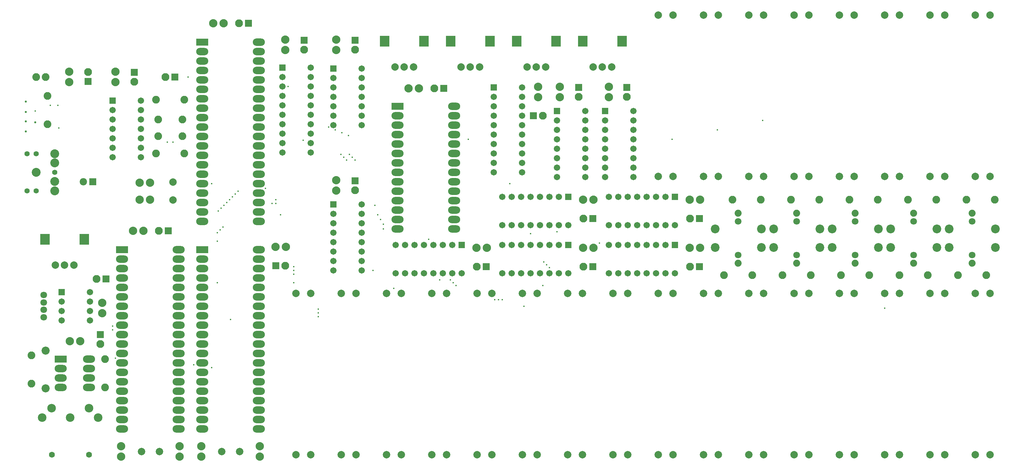
<source format=gbs>
G04 Layer_Color=16711935*
%FSAX24Y24*%
%MOIN*%
G70*
G01*
G75*
%ADD16C,0.0787*%
%ADD17R,0.1024X0.1181*%
%ADD19C,0.0860*%
%ADD29C,0.0740*%
%ADD32C,0.0780*%
%ADD53C,0.0552*%
%ADD54C,0.0940*%
%ADD55R,0.0780X0.0780*%
%ADD56C,0.0830*%
%ADD57R,0.0780X0.0780*%
%ADD58C,0.0671*%
%ADD59R,0.0671X0.0671*%
%ADD60C,0.0880*%
%ADD61R,0.1280X0.0780*%
%ADD62O,0.1280X0.0780*%
%ADD63C,0.0820*%
%ADD64R,0.0671X0.0671*%
%ADD65C,0.0710*%
%ADD66C,0.0631*%
%ADD67C,0.0907*%
%ADD68C,0.0930*%
%ADD69C,0.0710*%
%ADD70C,0.0170*%
%ADD71C,0.0230*%
G36*
X210011Y112316D02*
X210087Y112285D01*
X210156Y112241D01*
X210214Y112183D01*
X210260Y112116D01*
X210293Y112041D01*
X210310Y111961D01*
X210310Y111920D01*
Y111879D01*
X210294Y111797D01*
X210262Y111721D01*
X210216Y111652D01*
X210158Y111594D01*
X210089Y111548D01*
X210013Y111516D01*
X209931Y111500D01*
X209849D01*
X209767Y111516D01*
X209691Y111548D01*
X209622Y111594D01*
X209564Y111652D01*
X209518Y111721D01*
X209486Y111797D01*
X209470Y111879D01*
Y111920D01*
X209470Y111961D01*
X209487Y112041D01*
X209520Y112116D01*
X209566Y112183D01*
X209624Y112241D01*
X209693Y112285D01*
X209769Y112316D01*
X209849Y112330D01*
X209890Y112330D01*
X209931Y112330D01*
X210011Y112316D01*
D02*
G37*
G36*
X208731D02*
X208807Y112285D01*
X208876Y112241D01*
X208934Y112183D01*
X208980Y112116D01*
X209013Y112041D01*
X209030Y111961D01*
X209030Y111920D01*
Y111879D01*
X209014Y111797D01*
X208982Y111721D01*
X208936Y111652D01*
X208878Y111594D01*
X208809Y111548D01*
X208733Y111516D01*
X208651Y111500D01*
X208569D01*
X208487Y111516D01*
X208411Y111548D01*
X208342Y111594D01*
X208284Y111652D01*
X208238Y111721D01*
X208206Y111797D01*
X208190Y111879D01*
Y111920D01*
X208190Y111961D01*
X208207Y112041D01*
X208240Y112116D01*
X208286Y112183D01*
X208344Y112241D01*
X208413Y112285D01*
X208489Y112316D01*
X208569Y112330D01*
X208610Y112330D01*
X208651Y112330D01*
X208731Y112316D01*
D02*
G37*
G36*
X214931D02*
X215007Y112285D01*
X215076Y112241D01*
X215134Y112183D01*
X215180Y112116D01*
X215213Y112041D01*
X215230Y111961D01*
X215230Y111920D01*
Y111879D01*
X215214Y111797D01*
X215182Y111721D01*
X215136Y111652D01*
X215078Y111594D01*
X215009Y111548D01*
X214933Y111516D01*
X214851Y111500D01*
X214769D01*
X214687Y111516D01*
X214611Y111548D01*
X214542Y111594D01*
X214484Y111652D01*
X214438Y111721D01*
X214406Y111797D01*
X214390Y111879D01*
Y111920D01*
X214390Y111961D01*
X214407Y112041D01*
X214440Y112116D01*
X214486Y112183D01*
X214544Y112241D01*
X214613Y112285D01*
X214689Y112316D01*
X214769Y112330D01*
X214810Y112330D01*
X214851Y112330D01*
X214931Y112316D01*
D02*
G37*
G36*
X221131D02*
X221207Y112285D01*
X221276Y112241D01*
X221334Y112183D01*
X221380Y112116D01*
X221413Y112041D01*
X221430Y111961D01*
X221430Y111920D01*
Y111879D01*
X221414Y111797D01*
X221382Y111721D01*
X221336Y111652D01*
X221278Y111594D01*
X221209Y111548D01*
X221133Y111516D01*
X221051Y111500D01*
X220969D01*
X220887Y111516D01*
X220811Y111548D01*
X220742Y111594D01*
X220684Y111652D01*
X220638Y111721D01*
X220606Y111797D01*
X220590Y111879D01*
Y111920D01*
X220590Y111961D01*
X220607Y112041D01*
X220640Y112116D01*
X220686Y112183D01*
X220744Y112241D01*
X220813Y112285D01*
X220889Y112316D01*
X220969Y112330D01*
X221010Y112330D01*
X221051Y112330D01*
X221131Y112316D01*
D02*
G37*
G36*
X216211D02*
X216287Y112285D01*
X216356Y112241D01*
X216414Y112183D01*
X216460Y112116D01*
X216493Y112041D01*
X216510Y111961D01*
X216510Y111920D01*
Y111879D01*
X216494Y111797D01*
X216462Y111721D01*
X216416Y111652D01*
X216358Y111594D01*
X216289Y111548D01*
X216213Y111516D01*
X216131Y111500D01*
X216049D01*
X215967Y111516D01*
X215891Y111548D01*
X215822Y111594D01*
X215764Y111652D01*
X215718Y111721D01*
X215686Y111797D01*
X215670Y111879D01*
Y111920D01*
X215670Y111961D01*
X215687Y112041D01*
X215720Y112116D01*
X215766Y112183D01*
X215824Y112241D01*
X215893Y112285D01*
X215969Y112316D01*
X216049Y112330D01*
X216090Y112330D01*
X216131Y112330D01*
X216211Y112316D01*
D02*
G37*
G36*
X179610Y112260D02*
X179678Y112233D01*
X179740Y112193D01*
X179792Y112142D01*
X179833Y112082D01*
X179862Y112015D01*
X179878Y111944D01*
X179878Y111907D01*
X179878Y111870D01*
X179865Y111796D01*
X179837Y111727D01*
X179796Y111664D01*
X179744Y111611D01*
X179682Y111568D01*
X179614Y111539D01*
X179540Y111523D01*
X179503Y111523D01*
X179466Y111524D01*
X179393Y111539D01*
X179324Y111569D01*
X179262Y111611D01*
X179210Y111665D01*
X179170Y111728D01*
X179142Y111797D01*
X179128Y111871D01*
X179129Y111908D01*
X179129Y111944D01*
X179144Y112015D01*
X179173Y112082D01*
X179214Y112142D01*
X179266Y112193D01*
X179327Y112233D01*
X179394Y112260D01*
X179466Y112273D01*
X179502Y112273D01*
D01*
X179502D01*
X179502D01*
X179539Y112273D01*
X179610Y112260D01*
D02*
G37*
G36*
X201108Y112260D02*
X201176Y112233D01*
X201238Y112193D01*
X201290Y112142D01*
X201331Y112082D01*
X201360Y112015D01*
X201375Y111944D01*
X201376Y111907D01*
Y111907D01*
X201376Y111870D01*
X201363Y111796D01*
X201335Y111727D01*
X201294Y111664D01*
X201242Y111611D01*
X201180Y111568D01*
X201112Y111539D01*
X201038Y111523D01*
X201001Y111523D01*
X200964Y111524D01*
X200891Y111539D01*
X200822Y111569D01*
X200760Y111611D01*
X200708Y111665D01*
X200668Y111728D01*
X200640Y111797D01*
X200626Y111871D01*
X200627Y111908D01*
X200627Y111944D01*
X200642Y112015D01*
X200671Y112082D01*
X200712Y112142D01*
X200764Y112193D01*
X200825Y112233D01*
X200892Y112260D01*
X200964Y112273D01*
X201000Y112273D01*
Y112273D01*
X201037Y112273D01*
X201108Y112260D01*
D02*
G37*
G36*
X190910Y112260D02*
X190978Y112233D01*
X191040Y112193D01*
X191092Y112142D01*
X191133Y112082D01*
X191162Y112015D01*
X191178Y111944D01*
X191178Y111907D01*
X191178Y111870D01*
X191165Y111796D01*
X191137Y111727D01*
X191096Y111664D01*
X191044Y111611D01*
X190982Y111568D01*
X190914Y111539D01*
X190840Y111523D01*
X190803Y111523D01*
X190766Y111524D01*
X190693Y111539D01*
X190624Y111569D01*
X190562Y111611D01*
X190510Y111665D01*
X190470Y111728D01*
X190442Y111797D01*
X190428Y111871D01*
X190429Y111908D01*
X190429Y111944D01*
X190444Y112015D01*
X190473Y112082D01*
X190514Y112142D01*
X190566Y112193D01*
X190627Y112233D01*
X190694Y112260D01*
X190766Y112273D01*
X190802Y112273D01*
D01*
X190802D01*
X190802D01*
X190839Y112273D01*
X190910Y112260D01*
D02*
G37*
G36*
X203811Y112316D02*
X203887Y112285D01*
X203956Y112241D01*
X204014Y112183D01*
X204060Y112116D01*
X204093Y112041D01*
X204110Y111961D01*
X204110Y111920D01*
Y111879D01*
X204094Y111797D01*
X204062Y111721D01*
X204016Y111652D01*
X203958Y111594D01*
X203889Y111548D01*
X203813Y111516D01*
X203731Y111500D01*
X203649D01*
X203567Y111516D01*
X203491Y111548D01*
X203422Y111594D01*
X203364Y111652D01*
X203318Y111721D01*
X203286Y111797D01*
X203270Y111879D01*
Y111920D01*
X203270Y111961D01*
X203287Y112041D01*
X203320Y112116D01*
X203366Y112183D01*
X203424Y112241D01*
X203493Y112285D01*
X203569Y112316D01*
X203649Y112330D01*
X203690Y112330D01*
X203731Y112330D01*
X203811Y112316D01*
D02*
G37*
G36*
X202210Y112260D02*
X202278Y112233D01*
X202340Y112193D01*
X202392Y112142D01*
X202433Y112082D01*
X202462Y112015D01*
X202478Y111944D01*
X202478Y111907D01*
X202478Y111870D01*
X202465Y111796D01*
X202437Y111727D01*
X202396Y111664D01*
X202344Y111611D01*
X202282Y111568D01*
X202214Y111539D01*
X202140Y111523D01*
X202103Y111523D01*
X202066Y111524D01*
X201993Y111539D01*
X201924Y111569D01*
X201862Y111611D01*
X201810Y111665D01*
X201770Y111728D01*
X201742Y111797D01*
X201728Y111871D01*
X201729Y111908D01*
X201729Y111944D01*
X201744Y112015D01*
X201773Y112082D01*
X201814Y112142D01*
X201866Y112193D01*
X201927Y112233D01*
X201994Y112260D01*
X202066Y112273D01*
X202102Y112273D01*
D01*
X202102D01*
X202102D01*
X202139Y112273D01*
X202210Y112260D01*
D02*
G37*
G36*
X203811Y114286D02*
X203887Y114255D01*
X203956Y114211D01*
X204014Y114153D01*
X204060Y114086D01*
X204093Y114011D01*
X204110Y113931D01*
X204110Y113890D01*
Y113849D01*
X204094Y113767D01*
X204062Y113691D01*
X204016Y113622D01*
X203958Y113564D01*
X203889Y113518D01*
X203813Y113486D01*
X203731Y113470D01*
X203649D01*
X203567Y113486D01*
X203491Y113518D01*
X203422Y113564D01*
X203364Y113622D01*
X203318Y113691D01*
X203286Y113767D01*
X203270Y113849D01*
Y113890D01*
X203270Y113931D01*
X203287Y114011D01*
X203320Y114086D01*
X203366Y114153D01*
X203424Y114211D01*
X203493Y114255D01*
X203569Y114286D01*
X203649Y114300D01*
X203690Y114300D01*
X203731Y114300D01*
X203811Y114286D01*
D02*
G37*
G36*
X143210Y114060D02*
X143278Y114033D01*
X143340Y113993D01*
X143392Y113942D01*
X143433Y113882D01*
X143462Y113815D01*
X143478Y113744D01*
X143478Y113707D01*
X143478Y113670D01*
X143465Y113596D01*
X143437Y113527D01*
X143396Y113464D01*
X143344Y113411D01*
X143282Y113368D01*
X143214Y113339D01*
X143140Y113323D01*
X143103Y113323D01*
X143066Y113324D01*
X142993Y113339D01*
X142924Y113369D01*
X142862Y113411D01*
X142810Y113465D01*
X142770Y113528D01*
X142742Y113597D01*
X142728Y113671D01*
X142729Y113708D01*
X142729Y113744D01*
X142744Y113815D01*
X142773Y113882D01*
X142814Y113942D01*
X142866Y113993D01*
X142927Y114033D01*
X142994Y114060D01*
X143066Y114073D01*
X143102Y114073D01*
D01*
X143102D01*
X143102D01*
X143139Y114073D01*
X143210Y114060D01*
D02*
G37*
G36*
X208731Y114286D02*
X208807Y114255D01*
X208876Y114211D01*
X208934Y114153D01*
X208980Y114086D01*
X209013Y114011D01*
X209030Y113931D01*
X209030Y113890D01*
Y113849D01*
X209014Y113767D01*
X208982Y113691D01*
X208936Y113622D01*
X208878Y113564D01*
X208809Y113518D01*
X208733Y113486D01*
X208651Y113470D01*
X208569D01*
X208487Y113486D01*
X208411Y113518D01*
X208342Y113564D01*
X208284Y113622D01*
X208238Y113691D01*
X208206Y113767D01*
X208190Y113849D01*
Y113890D01*
X208190Y113931D01*
X208207Y114011D01*
X208240Y114086D01*
X208286Y114153D01*
X208344Y114211D01*
X208413Y114255D01*
X208489Y114286D01*
X208569Y114300D01*
X208610Y114300D01*
X208651Y114300D01*
X208731Y114286D01*
D02*
G37*
G36*
X214931D02*
X215007Y114255D01*
X215076Y114211D01*
X215134Y114153D01*
X215180Y114086D01*
X215213Y114011D01*
X215230Y113931D01*
X215230Y113890D01*
Y113849D01*
X215214Y113767D01*
X215182Y113691D01*
X215136Y113622D01*
X215078Y113564D01*
X215009Y113518D01*
X214933Y113486D01*
X214851Y113470D01*
X214769D01*
X214687Y113486D01*
X214611Y113518D01*
X214542Y113564D01*
X214484Y113622D01*
X214438Y113691D01*
X214406Y113767D01*
X214390Y113849D01*
Y113890D01*
X214390Y113931D01*
X214407Y114011D01*
X214440Y114086D01*
X214486Y114153D01*
X214544Y114211D01*
X214613Y114255D01*
X214689Y114286D01*
X214769Y114300D01*
X214810Y114300D01*
X214851Y114300D01*
X214931Y114286D01*
D02*
G37*
G36*
X210011D02*
X210087Y114255D01*
X210156Y114211D01*
X210214Y114153D01*
X210260Y114086D01*
X210293Y114011D01*
X210310Y113931D01*
X210310Y113890D01*
Y113849D01*
X210294Y113767D01*
X210262Y113691D01*
X210216Y113622D01*
X210158Y113564D01*
X210089Y113518D01*
X210013Y113486D01*
X209931Y113470D01*
X209849D01*
X209767Y113486D01*
X209691Y113518D01*
X209622Y113564D01*
X209564Y113622D01*
X209518Y113691D01*
X209486Y113767D01*
X209470Y113849D01*
Y113890D01*
X209470Y113931D01*
X209487Y114011D01*
X209520Y114086D01*
X209566Y114153D01*
X209624Y114211D01*
X209693Y114255D01*
X209769Y114286D01*
X209849Y114300D01*
X209890Y114300D01*
X209931Y114300D01*
X210011Y114286D01*
D02*
G37*
G36*
X227331Y112316D02*
X227407Y112285D01*
X227476Y112241D01*
X227534Y112183D01*
X227580Y112116D01*
X227613Y112041D01*
X227630Y111961D01*
X227630Y111920D01*
Y111879D01*
X227614Y111797D01*
X227582Y111721D01*
X227536Y111652D01*
X227478Y111594D01*
X227409Y111548D01*
X227333Y111516D01*
X227251Y111500D01*
X227169D01*
X227087Y111516D01*
X227011Y111548D01*
X226942Y111594D01*
X226884Y111652D01*
X226838Y111721D01*
X226806Y111797D01*
X226790Y111879D01*
Y111920D01*
X226790Y111961D01*
X226807Y112041D01*
X226840Y112116D01*
X226886Y112183D01*
X226944Y112241D01*
X227013Y112285D01*
X227089Y112316D01*
X227169Y112330D01*
X227210Y112330D01*
X227251Y112330D01*
X227331Y112316D01*
D02*
G37*
G36*
X222411D02*
X222487Y112285D01*
X222556Y112241D01*
X222614Y112183D01*
X222660Y112116D01*
X222693Y112041D01*
X222710Y111961D01*
X222710Y111920D01*
Y111879D01*
X222694Y111797D01*
X222662Y111721D01*
X222616Y111652D01*
X222558Y111594D01*
X222489Y111548D01*
X222413Y111516D01*
X222331Y111500D01*
X222249D01*
X222167Y111516D01*
X222091Y111548D01*
X222022Y111594D01*
X221964Y111652D01*
X221918Y111721D01*
X221886Y111797D01*
X221870Y111879D01*
Y111920D01*
X221870Y111961D01*
X221887Y112041D01*
X221920Y112116D01*
X221966Y112183D01*
X222024Y112241D01*
X222093Y112285D01*
X222169Y112316D01*
X222249Y112330D01*
X222290Y112330D01*
X222331Y112330D01*
X222411Y112316D01*
D02*
G37*
G36*
X228611D02*
X228687Y112285D01*
X228756Y112241D01*
X228814Y112183D01*
X228860Y112116D01*
X228893Y112041D01*
X228910Y111961D01*
X228910Y111920D01*
Y111879D01*
X228894Y111797D01*
X228862Y111721D01*
X228816Y111652D01*
X228758Y111594D01*
X228689Y111548D01*
X228613Y111516D01*
X228531Y111500D01*
X228449D01*
X228367Y111516D01*
X228291Y111548D01*
X228222Y111594D01*
X228164Y111652D01*
X228118Y111721D01*
X228086Y111797D01*
X228070Y111879D01*
Y111920D01*
X228070Y111961D01*
X228087Y112041D01*
X228120Y112116D01*
X228166Y112183D01*
X228224Y112241D01*
X228293Y112285D01*
X228369Y112316D01*
X228449Y112330D01*
X228490Y112330D01*
X228531Y112330D01*
X228611Y112316D01*
D02*
G37*
G36*
X142108Y114060D02*
X142176Y114033D01*
X142238Y113993D01*
X142290Y113942D01*
X142331Y113882D01*
X142360Y113815D01*
X142375Y113744D01*
X142376Y113707D01*
Y113707D01*
X142376Y113670D01*
X142363Y113596D01*
X142335Y113527D01*
X142294Y113464D01*
X142242Y113411D01*
X142180Y113368D01*
X142112Y113339D01*
X142038Y113323D01*
X142001Y113323D01*
X141964Y113324D01*
X141891Y113339D01*
X141822Y113369D01*
X141760Y113411D01*
X141708Y113465D01*
X141668Y113528D01*
X141640Y113597D01*
X141626Y113671D01*
X141627Y113708D01*
X141627Y113744D01*
X141642Y113815D01*
X141671Y113882D01*
X141712Y113942D01*
X141764Y113993D01*
X141825Y114033D01*
X141892Y114060D01*
X141964Y114073D01*
X142000Y114073D01*
Y114073D01*
X142037Y114073D01*
X142108Y114060D01*
D02*
G37*
G36*
X233531Y112316D02*
X233607Y112285D01*
X233676Y112241D01*
X233734Y112183D01*
X233780Y112116D01*
X233813Y112041D01*
X233830Y111961D01*
X233830Y111920D01*
Y111879D01*
X233814Y111797D01*
X233782Y111721D01*
X233736Y111652D01*
X233678Y111594D01*
X233609Y111548D01*
X233533Y111516D01*
X233451Y111500D01*
X233369D01*
X233287Y111516D01*
X233211Y111548D01*
X233142Y111594D01*
X233084Y111652D01*
X233038Y111721D01*
X233006Y111797D01*
X232990Y111879D01*
Y111920D01*
X232990Y111961D01*
X233007Y112041D01*
X233040Y112116D01*
X233086Y112183D01*
X233144Y112241D01*
X233213Y112285D01*
X233289Y112316D01*
X233369Y112330D01*
X233410Y112330D01*
X233451Y112330D01*
X233531Y112316D01*
D02*
G37*
G36*
X189808Y112260D02*
X189876Y112233D01*
X189938Y112193D01*
X189990Y112142D01*
X190031Y112082D01*
X190060Y112015D01*
X190075Y111944D01*
X190076Y111907D01*
Y111907D01*
X190076Y111870D01*
X190063Y111796D01*
X190035Y111727D01*
X189994Y111664D01*
X189942Y111611D01*
X189880Y111568D01*
X189812Y111539D01*
X189738Y111523D01*
X189701Y111523D01*
X189664Y111524D01*
X189591Y111539D01*
X189522Y111569D01*
X189460Y111611D01*
X189408Y111665D01*
X189368Y111728D01*
X189340Y111797D01*
X189326Y111871D01*
X189327Y111908D01*
X189327Y111944D01*
X189342Y112015D01*
X189371Y112082D01*
X189412Y112142D01*
X189464Y112193D01*
X189525Y112233D01*
X189592Y112260D01*
X189664Y112273D01*
X189700Y112273D01*
Y112273D01*
X189737Y112273D01*
X189808Y112260D01*
D02*
G37*
G36*
X149258Y091223D02*
X149294Y091223D01*
X149365Y091208D01*
X149432Y091179D01*
X149492Y091138D01*
X149543Y091086D01*
X149583Y091025D01*
X149610Y090958D01*
X149623Y090886D01*
X149623Y090850D01*
X149623D01*
X149623Y090813D01*
X149610Y090742D01*
X149583Y090674D01*
X149543Y090612D01*
X149492Y090560D01*
X149432Y090519D01*
X149365Y090490D01*
X149294Y090475D01*
X149257Y090474D01*
X149257D01*
X149220Y090474D01*
X149146Y090487D01*
X149077Y090515D01*
X149014Y090556D01*
X148961Y090608D01*
X148918Y090670D01*
X148889Y090738D01*
X148873Y090812D01*
X148873Y090849D01*
X148874Y090886D01*
X148889Y090959D01*
X148919Y091028D01*
X148961Y091090D01*
X149015Y091142D01*
X149078Y091182D01*
X149147Y091210D01*
X149221Y091224D01*
X149258Y091223D01*
D02*
G37*
G36*
X146958D02*
X146994Y091223D01*
X147065Y091208D01*
X147132Y091179D01*
X147192Y091138D01*
X147243Y091086D01*
X147283Y091025D01*
X147310Y090958D01*
X147323Y090886D01*
X147323Y090850D01*
X147323D01*
X147323Y090813D01*
X147310Y090742D01*
X147283Y090674D01*
X147243Y090612D01*
X147192Y090560D01*
X147132Y090519D01*
X147065Y090490D01*
X146994Y090475D01*
X146957Y090474D01*
X146957D01*
X146920Y090474D01*
X146846Y090487D01*
X146777Y090515D01*
X146714Y090556D01*
X146661Y090608D01*
X146618Y090670D01*
X146589Y090738D01*
X146573Y090812D01*
X146573Y090849D01*
X146574Y090886D01*
X146589Y090959D01*
X146619Y091028D01*
X146661Y091090D01*
X146715Y091142D01*
X146778Y091182D01*
X146847Y091210D01*
X146921Y091224D01*
X146958Y091223D01*
D02*
G37*
G36*
X155458D02*
X155494Y091223D01*
X155565Y091208D01*
X155632Y091179D01*
X155692Y091138D01*
X155743Y091086D01*
X155783Y091025D01*
X155810Y090958D01*
X155823Y090886D01*
X155823Y090850D01*
X155823D01*
X155823Y090813D01*
X155810Y090742D01*
X155783Y090674D01*
X155743Y090612D01*
X155692Y090560D01*
X155632Y090519D01*
X155565Y090490D01*
X155494Y090475D01*
X155457Y090474D01*
X155457D01*
X155420Y090474D01*
X155346Y090487D01*
X155277Y090515D01*
X155214Y090556D01*
X155161Y090608D01*
X155118Y090670D01*
X155089Y090738D01*
X155073Y090812D01*
X155073Y090849D01*
X155074Y090886D01*
X155089Y090959D01*
X155119Y091028D01*
X155161Y091090D01*
X155215Y091142D01*
X155278Y091182D01*
X155347Y091210D01*
X155421Y091224D01*
X155458Y091223D01*
D02*
G37*
G36*
X136510Y102360D02*
X136578Y102333D01*
X136640Y102293D01*
X136692Y102242D01*
X136733Y102182D01*
X136762Y102115D01*
X136778Y102044D01*
X136778Y102007D01*
X136778Y101970D01*
X136765Y101896D01*
X136737Y101827D01*
X136696Y101764D01*
X136644Y101711D01*
X136582Y101668D01*
X136514Y101639D01*
X136440Y101623D01*
X136403Y101623D01*
X136366Y101624D01*
X136293Y101639D01*
X136224Y101669D01*
X136162Y101711D01*
X136110Y101765D01*
X136070Y101828D01*
X136042Y101897D01*
X136028Y101971D01*
X136029Y102008D01*
X136029Y102044D01*
X136044Y102115D01*
X136073Y102182D01*
X136114Y102242D01*
X136166Y102293D01*
X136227Y102333D01*
X136294Y102360D01*
X136366Y102373D01*
X136402Y102373D01*
D01*
X136402D01*
X136402D01*
X136439Y102373D01*
X136510Y102360D01*
D02*
G37*
G36*
X135408Y102360D02*
X135476Y102333D01*
X135538Y102293D01*
X135590Y102242D01*
X135631Y102182D01*
X135660Y102115D01*
X135675Y102044D01*
X135676Y102007D01*
Y102007D01*
X135676Y101970D01*
X135663Y101896D01*
X135635Y101827D01*
X135594Y101764D01*
X135542Y101711D01*
X135480Y101668D01*
X135412Y101639D01*
X135338Y101623D01*
X135301Y101623D01*
X135264Y101624D01*
X135191Y101639D01*
X135122Y101669D01*
X135060Y101711D01*
X135008Y101765D01*
X134968Y101828D01*
X134940Y101897D01*
X134926Y101971D01*
X134927Y102008D01*
X134927Y102044D01*
X134942Y102115D01*
X134971Y102182D01*
X135012Y102242D01*
X135064Y102293D01*
X135125Y102333D01*
X135192Y102360D01*
X135264Y102373D01*
X135300Y102373D01*
Y102373D01*
X135337Y102373D01*
X135408Y102360D01*
D02*
G37*
G36*
X146958Y090121D02*
X146994Y090121D01*
X147065Y090106D01*
X147132Y090077D01*
X147192Y090036D01*
X147243Y089984D01*
X147283Y089923D01*
X147310Y089856D01*
X147323Y089784D01*
X147323Y089748D01*
X147323Y089711D01*
X147310Y089640D01*
X147283Y089572D01*
X147243Y089510D01*
X147192Y089458D01*
X147132Y089417D01*
X147065Y089388D01*
X146994Y089372D01*
X146957Y089372D01*
X146920Y089372D01*
X146846Y089385D01*
X146777Y089413D01*
X146714Y089454D01*
X146661Y089506D01*
X146618Y089568D01*
X146589Y089636D01*
X146573Y089710D01*
X146573Y089747D01*
X146574Y089784D01*
X146589Y089857D01*
X146619Y089926D01*
X146661Y089988D01*
X146715Y090040D01*
X146778Y090080D01*
X146847Y090108D01*
X146921Y090122D01*
X146958Y090121D01*
D02*
G37*
G36*
X140758D02*
X140794Y090121D01*
X140865Y090106D01*
X140932Y090077D01*
X140992Y090036D01*
X141043Y089984D01*
X141083Y089923D01*
X141110Y089856D01*
X141123Y089784D01*
X141123Y089748D01*
X141123Y089711D01*
X141110Y089640D01*
X141083Y089572D01*
X141043Y089510D01*
X140992Y089458D01*
X140932Y089417D01*
X140865Y089388D01*
X140794Y089372D01*
X140757Y089372D01*
X140720Y089372D01*
X140646Y089385D01*
X140577Y089413D01*
X140514Y089454D01*
X140461Y089506D01*
X140418Y089568D01*
X140389Y089636D01*
X140373Y089710D01*
X140373Y089747D01*
X140374Y089784D01*
X140389Y089857D01*
X140419Y089926D01*
X140461Y089988D01*
X140515Y090040D01*
X140578Y090080D01*
X140647Y090108D01*
X140721Y090122D01*
X140758Y090121D01*
D02*
G37*
G36*
X149258D02*
X149294Y090121D01*
X149365Y090106D01*
X149432Y090077D01*
X149492Y090036D01*
X149543Y089984D01*
X149583Y089923D01*
X149610Y089856D01*
X149623Y089784D01*
X149623Y089748D01*
X149623Y089711D01*
X149610Y089640D01*
X149583Y089572D01*
X149543Y089510D01*
X149492Y089458D01*
X149432Y089417D01*
X149365Y089388D01*
X149294Y089372D01*
X149257Y089372D01*
X149220Y089372D01*
X149146Y089385D01*
X149077Y089413D01*
X149014Y089454D01*
X148961Y089506D01*
X148918Y089568D01*
X148889Y089636D01*
X148873Y089710D01*
X148873Y089747D01*
X148874Y089784D01*
X148889Y089857D01*
X148919Y089926D01*
X148961Y089988D01*
X149015Y090040D01*
X149078Y090080D01*
X149147Y090108D01*
X149221Y090122D01*
X149258Y090121D01*
D02*
G37*
G36*
X140758Y091223D02*
X140794Y091223D01*
X140865Y091208D01*
X140932Y091179D01*
X140992Y091138D01*
X141043Y091086D01*
X141083Y091025D01*
X141110Y090958D01*
X141123Y090886D01*
X141123Y090850D01*
X141123D01*
X141123Y090813D01*
X141110Y090742D01*
X141083Y090674D01*
X141043Y090612D01*
X140992Y090560D01*
X140932Y090519D01*
X140865Y090490D01*
X140794Y090475D01*
X140757Y090474D01*
X140757D01*
X140720Y090474D01*
X140646Y090487D01*
X140577Y090515D01*
X140514Y090556D01*
X140461Y090608D01*
X140418Y090670D01*
X140389Y090738D01*
X140373Y090812D01*
X140373Y090849D01*
X140374Y090886D01*
X140389Y090959D01*
X140419Y091028D01*
X140461Y091090D01*
X140515Y091142D01*
X140578Y091182D01*
X140647Y091210D01*
X140721Y091224D01*
X140758Y091223D01*
D02*
G37*
G36*
X155458Y090121D02*
X155494Y090121D01*
X155565Y090106D01*
X155632Y090077D01*
X155692Y090036D01*
X155743Y089984D01*
X155783Y089923D01*
X155810Y089856D01*
X155823Y089784D01*
X155823Y089748D01*
X155823Y089711D01*
X155810Y089640D01*
X155783Y089572D01*
X155743Y089510D01*
X155692Y089458D01*
X155632Y089417D01*
X155565Y089388D01*
X155494Y089372D01*
X155457Y089372D01*
X155420Y089372D01*
X155346Y089385D01*
X155277Y089413D01*
X155214Y089454D01*
X155161Y089506D01*
X155118Y089568D01*
X155089Y089636D01*
X155073Y089710D01*
X155073Y089747D01*
X155074Y089784D01*
X155089Y089857D01*
X155119Y089926D01*
X155161Y089988D01*
X155215Y090040D01*
X155278Y090080D01*
X155347Y090108D01*
X155421Y090122D01*
X155458Y090121D01*
D02*
G37*
G36*
X230983Y110570D02*
X231048Y110556D01*
X231108Y110529D01*
X231162Y110492D01*
X231208Y110445D01*
X231244Y110389D01*
X231269Y110328D01*
X231280Y110263D01*
X231280Y110230D01*
X231280Y110198D01*
X231266Y110135D01*
X231241Y110077D01*
X231204Y110024D01*
X231158Y109979D01*
X231105Y109945D01*
X231045Y109921D01*
X230982Y109910D01*
X230950Y109910D01*
X230950D01*
X230918Y109910D01*
X230855Y109921D01*
X230795Y109945D01*
X230742Y109979D01*
X230696Y110024D01*
X230659Y110077D01*
X230634Y110135D01*
X230620Y110198D01*
X230620Y110230D01*
X230620Y110263D01*
X230631Y110328D01*
X230656Y110389D01*
X230692Y110445D01*
X230738Y110492D01*
X230792Y110529D01*
X230852Y110556D01*
X230917Y110570D01*
X230950Y110570D01*
X230983Y110570D01*
D02*
G37*
G36*
X224783D02*
X224848Y110556D01*
X224908Y110529D01*
X224962Y110492D01*
X225008Y110445D01*
X225044Y110389D01*
X225069Y110328D01*
X225080Y110263D01*
X225080Y110230D01*
X225080Y110198D01*
X225066Y110135D01*
X225041Y110077D01*
X225004Y110024D01*
X224958Y109979D01*
X224905Y109945D01*
X224845Y109921D01*
X224782Y109910D01*
X224750Y109910D01*
X224750D01*
X224718Y109910D01*
X224655Y109921D01*
X224595Y109945D01*
X224542Y109979D01*
X224496Y110024D01*
X224459Y110077D01*
X224434Y110135D01*
X224420Y110198D01*
X224420Y110230D01*
X224420Y110263D01*
X224431Y110328D01*
X224456Y110389D01*
X224492Y110445D01*
X224538Y110492D01*
X224592Y110529D01*
X224652Y110556D01*
X224717Y110570D01*
X224750Y110570D01*
X224783Y110570D01*
D02*
G37*
G36*
X157134Y112376D02*
X157207Y112361D01*
X157276Y112331D01*
X157338Y112289D01*
X157390Y112235D01*
X157430Y112172D01*
X157458Y112103D01*
X157472Y112029D01*
X157471Y111992D01*
X157471Y111956D01*
X157456Y111885D01*
X157427Y111818D01*
X157386Y111758D01*
X157334Y111707D01*
X157273Y111667D01*
X157206Y111640D01*
X157134Y111627D01*
X157098Y111627D01*
X157061Y111627D01*
X156990Y111640D01*
X156922Y111667D01*
X156860Y111707D01*
X156808Y111758D01*
X156767Y111818D01*
X156738Y111885D01*
X156722Y111956D01*
X156722Y111993D01*
X156722Y112030D01*
X156735Y112104D01*
X156763Y112173D01*
X156804Y112236D01*
X156856Y112289D01*
X156918Y112332D01*
X156986Y112361D01*
X157060Y112377D01*
X157097Y112377D01*
X157134Y112376D01*
D02*
G37*
G36*
X178508Y112260D02*
X178576Y112233D01*
X178638Y112193D01*
X178690Y112142D01*
X178731Y112082D01*
X178760Y112015D01*
X178775Y111944D01*
X178776Y111907D01*
Y111907D01*
X178776Y111870D01*
X178763Y111796D01*
X178735Y111727D01*
X178694Y111664D01*
X178642Y111611D01*
X178580Y111568D01*
X178512Y111539D01*
X178438Y111523D01*
X178401Y111523D01*
X178364Y111524D01*
X178291Y111539D01*
X178222Y111569D01*
X178160Y111611D01*
X178108Y111665D01*
X178068Y111728D01*
X178040Y111797D01*
X178026Y111871D01*
X178027Y111908D01*
X178027Y111944D01*
X178042Y112015D01*
X178071Y112082D01*
X178112Y112142D01*
X178164Y112193D01*
X178225Y112233D01*
X178292Y112260D01*
X178364Y112273D01*
X178400Y112273D01*
Y112273D01*
X178437Y112273D01*
X178508Y112260D01*
D02*
G37*
G36*
X158236Y112376D02*
X158309Y112361D01*
X158378Y112331D01*
X158440Y112289D01*
X158492Y112235D01*
X158532Y112172D01*
X158560Y112103D01*
X158574Y112029D01*
X158573Y111992D01*
X158573Y111956D01*
X158558Y111885D01*
X158529Y111818D01*
X158488Y111758D01*
X158436Y111707D01*
X158375Y111667D01*
X158308Y111640D01*
X158236Y111627D01*
X158200Y111627D01*
Y111627D01*
X158163Y111627D01*
X158092Y111640D01*
X158024Y111667D01*
X157962Y111707D01*
X157910Y111758D01*
X157869Y111818D01*
X157840Y111885D01*
X157825Y111956D01*
X157824Y111993D01*
X157824Y112030D01*
X157837Y112104D01*
X157865Y112173D01*
X157906Y112236D01*
X157958Y112289D01*
X158020Y112332D01*
X158088Y112361D01*
X158162Y112377D01*
X158199Y112377D01*
X158236Y112376D01*
D02*
G37*
G36*
X138854Y106415D02*
X138923Y106387D01*
X138986Y106346D01*
X139039Y106294D01*
X139082Y106232D01*
X139111Y106164D01*
X139127Y106090D01*
X139127Y106053D01*
X139127D01*
X139126Y106016D01*
X139111Y105943D01*
X139081Y105874D01*
X139039Y105812D01*
X138985Y105760D01*
X138922Y105720D01*
X138853Y105692D01*
X138779Y105678D01*
X138742Y105679D01*
X138706Y105679D01*
X138635Y105694D01*
X138568Y105723D01*
X138508Y105764D01*
X138457Y105816D01*
X138417Y105877D01*
X138390Y105944D01*
X138377Y106016D01*
X138377Y106052D01*
D01*
Y106052D01*
Y106052D01*
X138377Y106089D01*
X138390Y106160D01*
X138417Y106228D01*
X138457Y106290D01*
X138508Y106342D01*
X138568Y106383D01*
X138635Y106412D01*
X138706Y106428D01*
X138743Y106428D01*
X138780Y106428D01*
X138854Y106415D01*
D02*
G37*
G36*
X138854Y105313D02*
X138923Y105285D01*
X138986Y105244D01*
X139039Y105192D01*
X139082Y105130D01*
X139111Y105062D01*
X139127Y104988D01*
X139127Y104951D01*
X139127D01*
X139126Y104914D01*
X139111Y104841D01*
X139081Y104772D01*
X139039Y104710D01*
X138985Y104658D01*
X138922Y104618D01*
X138853Y104590D01*
X138779Y104576D01*
X138742Y104577D01*
X138706Y104577D01*
X138635Y104592D01*
X138568Y104621D01*
X138508Y104662D01*
X138457Y104714D01*
X138417Y104775D01*
X138390Y104842D01*
X138377Y104914D01*
X138377Y104950D01*
X138377D01*
X138377Y104987D01*
X138390Y105058D01*
X138417Y105126D01*
X138457Y105188D01*
X138508Y105240D01*
X138568Y105281D01*
X138635Y105310D01*
X138706Y105325D01*
X138743Y105326D01*
X138780Y105326D01*
X138854Y105313D01*
D02*
G37*
G36*
X206183Y110570D02*
X206248Y110556D01*
X206308Y110529D01*
X206362Y110492D01*
X206408Y110445D01*
X206444Y110389D01*
X206469Y110328D01*
X206480Y110263D01*
X206480Y110230D01*
X206480Y110198D01*
X206466Y110135D01*
X206441Y110077D01*
X206404Y110024D01*
X206358Y109979D01*
X206305Y109945D01*
X206245Y109921D01*
X206182Y109910D01*
X206150Y109910D01*
X206150D01*
X206118Y109910D01*
X206055Y109921D01*
X205995Y109945D01*
X205942Y109979D01*
X205896Y110024D01*
X205859Y110077D01*
X205834Y110135D01*
X205820Y110198D01*
X205820Y110230D01*
X205820Y110263D01*
X205831Y110328D01*
X205856Y110389D01*
X205892Y110445D01*
X205938Y110492D01*
X205992Y110529D01*
X206052Y110556D01*
X206117Y110570D01*
X206150Y110570D01*
X206183Y110570D01*
D02*
G37*
G36*
X218583D02*
X218648Y110556D01*
X218708Y110529D01*
X218762Y110492D01*
X218808Y110445D01*
X218844Y110389D01*
X218869Y110328D01*
X218880Y110263D01*
X218880Y110230D01*
X218880Y110198D01*
X218866Y110135D01*
X218841Y110077D01*
X218804Y110024D01*
X218758Y109979D01*
X218705Y109945D01*
X218645Y109921D01*
X218582Y109910D01*
X218550Y109910D01*
X218550D01*
X218518Y109910D01*
X218455Y109921D01*
X218395Y109945D01*
X218342Y109979D01*
X218296Y110024D01*
X218259Y110077D01*
X218234Y110135D01*
X218220Y110198D01*
X218220Y110230D01*
X218220Y110263D01*
X218231Y110328D01*
X218256Y110389D01*
X218292Y110445D01*
X218338Y110492D01*
X218392Y110529D01*
X218452Y110556D01*
X218517Y110570D01*
X218550Y110570D01*
X218583Y110570D01*
D02*
G37*
G36*
X212383D02*
X212448Y110556D01*
X212508Y110529D01*
X212562Y110492D01*
X212608Y110445D01*
X212644Y110389D01*
X212669Y110328D01*
X212680Y110263D01*
X212680Y110230D01*
X212680Y110198D01*
X212666Y110135D01*
X212641Y110077D01*
X212604Y110024D01*
X212558Y109979D01*
X212505Y109945D01*
X212445Y109921D01*
X212382Y109910D01*
X212350Y109910D01*
X212350D01*
X212318Y109910D01*
X212255Y109921D01*
X212195Y109945D01*
X212142Y109979D01*
X212096Y110024D01*
X212059Y110077D01*
X212034Y110135D01*
X212020Y110198D01*
X212020Y110230D01*
X212020Y110263D01*
X212031Y110328D01*
X212056Y110389D01*
X212092Y110445D01*
X212138Y110492D01*
X212192Y110529D01*
X212252Y110556D01*
X212317Y110570D01*
X212350Y110570D01*
X212383Y110570D01*
D02*
G37*
G36*
X187354Y129315D02*
X187423Y129287D01*
X187486Y129246D01*
X187539Y129194D01*
X187582Y129132D01*
X187611Y129064D01*
X187627Y128990D01*
X187627Y128953D01*
X187627D01*
X187626Y128916D01*
X187611Y128843D01*
X187581Y128774D01*
X187539Y128712D01*
X187485Y128660D01*
X187422Y128620D01*
X187353Y128592D01*
X187279Y128578D01*
X187242Y128579D01*
X187206Y128579D01*
X187135Y128594D01*
X187068Y128623D01*
X187008Y128664D01*
X186957Y128716D01*
X186917Y128777D01*
X186890Y128844D01*
X186877Y128916D01*
X186877Y128952D01*
D01*
Y128952D01*
Y128952D01*
X186877Y128989D01*
X186890Y129060D01*
X186917Y129128D01*
X186957Y129190D01*
X187008Y129242D01*
X187068Y129283D01*
X187135Y129312D01*
X187206Y129328D01*
X187243Y129328D01*
X187280Y129328D01*
X187354Y129315D01*
D02*
G37*
G36*
X185054D02*
X185123Y129287D01*
X185186Y129246D01*
X185239Y129194D01*
X185282Y129132D01*
X185311Y129064D01*
X185327Y128990D01*
X185327Y128953D01*
X185327D01*
X185326Y128916D01*
X185311Y128843D01*
X185281Y128774D01*
X185239Y128712D01*
X185185Y128660D01*
X185122Y128620D01*
X185053Y128592D01*
X184979Y128578D01*
X184942Y128579D01*
X184906Y128579D01*
X184835Y128594D01*
X184768Y128623D01*
X184708Y128664D01*
X184657Y128716D01*
X184617Y128777D01*
X184590Y128844D01*
X184577Y128916D01*
X184577Y128952D01*
D01*
Y128952D01*
Y128952D01*
X184577Y128989D01*
X184590Y129060D01*
X184617Y129128D01*
X184657Y129190D01*
X184708Y129242D01*
X184768Y129283D01*
X184835Y129312D01*
X184906Y129328D01*
X184943Y129328D01*
X184980Y129328D01*
X185054Y129315D01*
D02*
G37*
G36*
X135230Y129824D02*
X135267Y129824D01*
X135338Y129809D01*
X135405Y129780D01*
X135465Y129739D01*
X135516Y129687D01*
X135555Y129626D01*
X135582Y129559D01*
X135596Y129487D01*
X135595Y129451D01*
X135596Y129415D01*
X135583Y129343D01*
X135556Y129275D01*
X135516Y129213D01*
X135465Y129161D01*
X135405Y129120D01*
X135337Y129091D01*
X135266Y129076D01*
X135229Y129075D01*
X135192Y129075D01*
X135119Y129088D01*
X135049Y129116D01*
X134986Y129157D01*
X134933Y129209D01*
X134891Y129271D01*
X134861Y129340D01*
X134846Y129413D01*
X134845Y129450D01*
X134846Y129487D01*
X134862Y129561D01*
X134891Y129629D01*
X134934Y129691D01*
X134987Y129743D01*
X135050Y129784D01*
X135119Y129811D01*
X135193Y129825D01*
X135230Y129824D01*
D02*
G37*
G36*
X192554Y129315D02*
X192623Y129287D01*
X192686Y129246D01*
X192739Y129194D01*
X192782Y129132D01*
X192811Y129064D01*
X192827Y128990D01*
X192827Y128953D01*
X192827D01*
X192826Y128916D01*
X192811Y128843D01*
X192781Y128774D01*
X192739Y128712D01*
X192685Y128660D01*
X192622Y128620D01*
X192553Y128592D01*
X192479Y128578D01*
X192442Y128579D01*
X192406Y128579D01*
X192335Y128594D01*
X192268Y128623D01*
X192208Y128664D01*
X192157Y128716D01*
X192117Y128777D01*
X192090Y128844D01*
X192077Y128916D01*
X192077Y128952D01*
D01*
Y128952D01*
Y128952D01*
X192077Y128989D01*
X192090Y129060D01*
X192117Y129128D01*
X192157Y129190D01*
X192208Y129242D01*
X192268Y129283D01*
X192335Y129312D01*
X192406Y129328D01*
X192443Y129328D01*
X192480Y129328D01*
X192554Y129315D01*
D02*
G37*
G36*
X192554Y128213D02*
X192623Y128185D01*
X192686Y128144D01*
X192739Y128092D01*
X192782Y128030D01*
X192811Y127962D01*
X192827Y127888D01*
X192827Y127851D01*
X192827D01*
X192826Y127814D01*
X192811Y127741D01*
X192781Y127672D01*
X192739Y127610D01*
X192685Y127558D01*
X192622Y127518D01*
X192553Y127490D01*
X192479Y127476D01*
X192442Y127477D01*
X192406Y127477D01*
X192335Y127492D01*
X192268Y127521D01*
X192208Y127562D01*
X192157Y127614D01*
X192117Y127675D01*
X192090Y127742D01*
X192077Y127814D01*
X192077Y127850D01*
X192077D01*
X192077Y127887D01*
X192090Y127958D01*
X192117Y128026D01*
X192157Y128088D01*
X192208Y128140D01*
X192268Y128181D01*
X192335Y128210D01*
X192406Y128225D01*
X192443Y128226D01*
X192480Y128226D01*
X192554Y128213D01*
D02*
G37*
G36*
X185054D02*
X185123Y128185D01*
X185186Y128144D01*
X185239Y128092D01*
X185282Y128030D01*
X185311Y127962D01*
X185327Y127888D01*
X185327Y127851D01*
X185327D01*
X185326Y127814D01*
X185311Y127741D01*
X185281Y127672D01*
X185239Y127610D01*
X185185Y127558D01*
X185122Y127518D01*
X185053Y127490D01*
X184979Y127476D01*
X184942Y127477D01*
X184906Y127477D01*
X184835Y127492D01*
X184768Y127521D01*
X184708Y127562D01*
X184657Y127614D01*
X184617Y127675D01*
X184590Y127742D01*
X184577Y127814D01*
X184577Y127850D01*
X184577D01*
X184577Y127887D01*
X184590Y127958D01*
X184617Y128026D01*
X184657Y128088D01*
X184708Y128140D01*
X184768Y128181D01*
X184835Y128210D01*
X184906Y128225D01*
X184943Y128226D01*
X184980Y128226D01*
X185054Y128213D01*
D02*
G37*
G36*
X143910Y119160D02*
X143978Y119133D01*
X144040Y119093D01*
X144092Y119042D01*
X144133Y118982D01*
X144162Y118915D01*
X144178Y118844D01*
X144178Y118807D01*
X144178Y118770D01*
X144165Y118696D01*
X144137Y118627D01*
X144096Y118564D01*
X144044Y118511D01*
X143982Y118468D01*
X143914Y118439D01*
X143840Y118423D01*
X143803Y118423D01*
X143766Y118424D01*
X143693Y118439D01*
X143624Y118469D01*
X143562Y118511D01*
X143510Y118565D01*
X143470Y118628D01*
X143442Y118697D01*
X143428Y118771D01*
X143429Y118808D01*
X143429Y118844D01*
X143444Y118915D01*
X143473Y118982D01*
X143514Y119042D01*
X143566Y119093D01*
X143627Y119133D01*
X143694Y119160D01*
X143766Y119173D01*
X143802Y119173D01*
D01*
X143802D01*
X143802D01*
X143839Y119173D01*
X143910Y119160D01*
D02*
G37*
G36*
X187354Y128213D02*
X187423Y128185D01*
X187486Y128144D01*
X187539Y128092D01*
X187582Y128030D01*
X187611Y127962D01*
X187627Y127888D01*
X187627Y127851D01*
X187627D01*
X187626Y127814D01*
X187611Y127741D01*
X187581Y127672D01*
X187539Y127610D01*
X187485Y127558D01*
X187422Y127518D01*
X187353Y127490D01*
X187279Y127476D01*
X187242Y127477D01*
X187206Y127477D01*
X187135Y127492D01*
X187068Y127521D01*
X187008Y127562D01*
X186957Y127614D01*
X186917Y127675D01*
X186890Y127742D01*
X186877Y127814D01*
X186877Y127850D01*
X186877D01*
X186877Y127887D01*
X186890Y127958D01*
X186917Y128026D01*
X186957Y128088D01*
X187008Y128140D01*
X187068Y128181D01*
X187135Y128210D01*
X187206Y128225D01*
X187243Y128226D01*
X187280Y128226D01*
X187354Y128213D01*
D02*
G37*
G36*
X151710Y136060D02*
X151778Y136033D01*
X151840Y135993D01*
X151892Y135942D01*
X151933Y135882D01*
X151962Y135815D01*
X151978Y135744D01*
X151978Y135707D01*
X151978Y135670D01*
X151965Y135596D01*
X151937Y135527D01*
X151896Y135464D01*
X151844Y135411D01*
X151782Y135368D01*
X151714Y135339D01*
X151640Y135323D01*
X151603Y135323D01*
X151566Y135324D01*
X151493Y135339D01*
X151424Y135369D01*
X151362Y135411D01*
X151310Y135465D01*
X151270Y135528D01*
X151242Y135597D01*
X151228Y135671D01*
X151229Y135708D01*
X151229Y135744D01*
X151244Y135815D01*
X151273Y135882D01*
X151314Y135942D01*
X151366Y135993D01*
X151427Y136033D01*
X151494Y136060D01*
X151566Y136073D01*
X151602Y136073D01*
X151639Y136073D01*
X151710Y136060D01*
D02*
G37*
G36*
X140254Y129813D02*
X140323Y129785D01*
X140386Y129744D01*
X140439Y129692D01*
X140482Y129630D01*
X140511Y129562D01*
X140527Y129488D01*
X140527Y129451D01*
X140527D01*
X140526Y129414D01*
X140511Y129341D01*
X140481Y129272D01*
X140439Y129210D01*
X140385Y129158D01*
X140322Y129118D01*
X140253Y129090D01*
X140179Y129076D01*
X140142Y129077D01*
X140106Y129077D01*
X140035Y129092D01*
X139968Y129121D01*
X139908Y129162D01*
X139857Y129214D01*
X139817Y129275D01*
X139790Y129342D01*
X139777Y129414D01*
X139777Y129450D01*
X139777D01*
X139777Y129487D01*
X139790Y129558D01*
X139817Y129626D01*
X139857Y129688D01*
X139908Y129740D01*
X139968Y129781D01*
X140035Y129810D01*
X140106Y129825D01*
X140143Y129826D01*
X140180Y129826D01*
X140254Y129813D01*
D02*
G37*
G36*
X158254Y134315D02*
X158323Y134287D01*
X158386Y134246D01*
X158439Y134194D01*
X158482Y134132D01*
X158511Y134064D01*
X158527Y133990D01*
X158527Y133953D01*
X158527D01*
X158526Y133916D01*
X158511Y133843D01*
X158481Y133774D01*
X158439Y133712D01*
X158385Y133660D01*
X158322Y133620D01*
X158253Y133592D01*
X158179Y133578D01*
X158142Y133579D01*
X158106Y133579D01*
X158035Y133594D01*
X157968Y133623D01*
X157908Y133664D01*
X157857Y133716D01*
X157817Y133777D01*
X157790Y133844D01*
X157777Y133916D01*
X157777Y133952D01*
D01*
Y133952D01*
Y133952D01*
X157777Y133989D01*
X157790Y134060D01*
X157817Y134128D01*
X157857Y134190D01*
X157908Y134242D01*
X157968Y134283D01*
X158035Y134312D01*
X158106Y134328D01*
X158143Y134328D01*
X158180Y134328D01*
X158254Y134315D01*
D02*
G37*
G36*
X163654Y133213D02*
X163723Y133185D01*
X163786Y133144D01*
X163839Y133092D01*
X163882Y133030D01*
X163911Y132962D01*
X163927Y132888D01*
X163927Y132851D01*
X163927D01*
X163926Y132814D01*
X163911Y132741D01*
X163881Y132672D01*
X163839Y132610D01*
X163785Y132558D01*
X163722Y132518D01*
X163653Y132490D01*
X163579Y132476D01*
X163542Y132477D01*
X163506Y132477D01*
X163435Y132492D01*
X163368Y132521D01*
X163308Y132562D01*
X163257Y132614D01*
X163217Y132675D01*
X163190Y132742D01*
X163177Y132814D01*
X163177Y132850D01*
X163177D01*
X163177Y132887D01*
X163190Y132958D01*
X163217Y133026D01*
X163257Y133088D01*
X163308Y133140D01*
X163368Y133181D01*
X163435Y133210D01*
X163506Y133225D01*
X163543Y133226D01*
X163580Y133226D01*
X163654Y133213D01*
D02*
G37*
G36*
X163654Y134315D02*
X163723Y134287D01*
X163786Y134246D01*
X163839Y134194D01*
X163882Y134132D01*
X163911Y134064D01*
X163927Y133990D01*
X163927Y133953D01*
X163927D01*
X163926Y133916D01*
X163911Y133843D01*
X163881Y133774D01*
X163839Y133712D01*
X163785Y133660D01*
X163722Y133620D01*
X163653Y133592D01*
X163579Y133578D01*
X163542Y133579D01*
X163506Y133579D01*
X163435Y133594D01*
X163368Y133623D01*
X163308Y133664D01*
X163257Y133716D01*
X163217Y133777D01*
X163190Y133844D01*
X163177Y133916D01*
X163177Y133952D01*
D01*
Y133952D01*
Y133952D01*
X163177Y133989D01*
X163190Y134060D01*
X163217Y134128D01*
X163257Y134190D01*
X163308Y134242D01*
X163368Y134283D01*
X163435Y134312D01*
X163506Y134328D01*
X163543Y134328D01*
X163580Y134328D01*
X163654Y134315D01*
D02*
G37*
G36*
X150608Y136060D02*
X150676Y136033D01*
X150738Y135993D01*
X150790Y135942D01*
X150831Y135882D01*
X150860Y135815D01*
X150875Y135744D01*
X150876Y135707D01*
Y135707D01*
X150876Y135670D01*
X150863Y135596D01*
X150835Y135527D01*
X150794Y135464D01*
X150742Y135411D01*
X150680Y135368D01*
X150612Y135339D01*
X150538Y135323D01*
X150501Y135323D01*
X150464Y135324D01*
X150391Y135339D01*
X150322Y135369D01*
X150260Y135411D01*
X150208Y135465D01*
X150168Y135528D01*
X150140Y135597D01*
X150126Y135671D01*
X150127Y135708D01*
X150127Y135744D01*
X150142Y135815D01*
X150171Y135882D01*
X150212Y135942D01*
X150264Y135993D01*
X150325Y136033D01*
X150392Y136060D01*
X150464Y136073D01*
X150500Y136073D01*
Y136073D01*
X150537Y136073D01*
X150608Y136060D01*
D02*
G37*
G36*
X158254Y133213D02*
X158323Y133185D01*
X158386Y133144D01*
X158439Y133092D01*
X158482Y133030D01*
X158511Y132962D01*
X158527Y132888D01*
X158527Y132851D01*
X158527D01*
X158526Y132814D01*
X158511Y132741D01*
X158481Y132672D01*
X158439Y132610D01*
X158385Y132558D01*
X158322Y132518D01*
X158253Y132490D01*
X158179Y132476D01*
X158142Y132477D01*
X158106Y132477D01*
X158035Y132492D01*
X157968Y132521D01*
X157908Y132562D01*
X157857Y132614D01*
X157817Y132675D01*
X157790Y132742D01*
X157777Y132814D01*
X157777Y132850D01*
X157777D01*
X157777Y132887D01*
X157790Y132958D01*
X157817Y133026D01*
X157857Y133088D01*
X157908Y133140D01*
X157968Y133181D01*
X158035Y133210D01*
X158106Y133225D01*
X158143Y133226D01*
X158180Y133226D01*
X158254Y133213D01*
D02*
G37*
G36*
X172410Y129160D02*
X172478Y129133D01*
X172540Y129093D01*
X172592Y129042D01*
X172633Y128982D01*
X172662Y128915D01*
X172678Y128844D01*
X172678Y128807D01*
X172678Y128770D01*
X172665Y128696D01*
X172637Y128627D01*
X172596Y128564D01*
X172544Y128511D01*
X172482Y128468D01*
X172414Y128439D01*
X172340Y128423D01*
X172303Y128423D01*
X172266Y128424D01*
X172193Y128439D01*
X172124Y128469D01*
X172062Y128511D01*
X172010Y128565D01*
X171970Y128628D01*
X171942Y128697D01*
X171928Y128771D01*
X171929Y128808D01*
X171929Y128844D01*
X171944Y128915D01*
X171973Y128982D01*
X172014Y129042D01*
X172066Y129093D01*
X172127Y129133D01*
X172194Y129160D01*
X172266Y129173D01*
X172302Y129173D01*
D01*
X172302D01*
X172302D01*
X172339Y129173D01*
X172410Y129160D01*
D02*
G37*
G36*
X171308Y129160D02*
X171376Y129133D01*
X171438Y129093D01*
X171490Y129042D01*
X171531Y128982D01*
X171560Y128915D01*
X171575Y128844D01*
X171576Y128807D01*
Y128807D01*
X171576Y128770D01*
X171563Y128696D01*
X171535Y128627D01*
X171494Y128564D01*
X171442Y128511D01*
X171380Y128468D01*
X171312Y128439D01*
X171238Y128423D01*
X171201Y128423D01*
X171164Y128424D01*
X171091Y128439D01*
X171022Y128469D01*
X170960Y128511D01*
X170908Y128565D01*
X170868Y128628D01*
X170840Y128697D01*
X170826Y128771D01*
X170827Y128808D01*
X170827Y128844D01*
X170842Y128915D01*
X170871Y128982D01*
X170912Y129042D01*
X170964Y129093D01*
X171025Y129133D01*
X171092Y129160D01*
X171164Y129173D01*
X171200Y129173D01*
Y129173D01*
X171237Y129173D01*
X171308Y129160D01*
D02*
G37*
G36*
X140254Y130915D02*
X140323Y130887D01*
X140386Y130846D01*
X140439Y130794D01*
X140482Y130732D01*
X140511Y130664D01*
X140527Y130590D01*
X140527Y130553D01*
X140527D01*
X140526Y130516D01*
X140511Y130443D01*
X140481Y130374D01*
X140439Y130312D01*
X140385Y130260D01*
X140322Y130220D01*
X140253Y130192D01*
X140179Y130178D01*
X140142Y130179D01*
X140106Y130179D01*
X140035Y130194D01*
X139968Y130223D01*
X139908Y130264D01*
X139857Y130316D01*
X139817Y130377D01*
X139790Y130444D01*
X139777Y130516D01*
X139777Y130552D01*
D01*
Y130552D01*
Y130552D01*
X139777Y130589D01*
X139790Y130660D01*
X139817Y130728D01*
X139857Y130790D01*
X139908Y130842D01*
X139968Y130883D01*
X140035Y130912D01*
X140106Y130928D01*
X140143Y130928D01*
X140180Y130928D01*
X140254Y130915D01*
D02*
G37*
G36*
X135230Y130926D02*
X135267Y130926D01*
X135338Y130911D01*
X135405Y130882D01*
X135465Y130841D01*
X135516Y130789D01*
X135555Y130728D01*
X135582Y130661D01*
X135596Y130589D01*
X135595Y130553D01*
X135595D01*
X135596Y130517D01*
X135583Y130445D01*
X135556Y130377D01*
X135516Y130316D01*
X135465Y130263D01*
X135405Y130222D01*
X135337Y130193D01*
X135266Y130178D01*
X135229Y130177D01*
X135229D01*
X135192Y130177D01*
X135119Y130190D01*
X135049Y130218D01*
X134986Y130259D01*
X134933Y130311D01*
X134891Y130373D01*
X134861Y130442D01*
X134846Y130515D01*
X134845Y130552D01*
X134846Y130589D01*
X134862Y130663D01*
X134891Y130731D01*
X134934Y130793D01*
X134987Y130845D01*
X135050Y130886D01*
X135119Y130913D01*
X135193Y130927D01*
X135230Y130926D01*
D02*
G37*
G36*
X142808Y119160D02*
X142876Y119133D01*
X142938Y119093D01*
X142990Y119042D01*
X143031Y118982D01*
X143060Y118915D01*
X143075Y118844D01*
X143076Y118807D01*
Y118807D01*
X143076Y118770D01*
X143063Y118696D01*
X143035Y118627D01*
X142994Y118564D01*
X142942Y118511D01*
X142880Y118468D01*
X142812Y118439D01*
X142738Y118423D01*
X142701Y118423D01*
X142664Y118424D01*
X142591Y118439D01*
X142522Y118469D01*
X142460Y118511D01*
X142408Y118565D01*
X142368Y118628D01*
X142340Y118697D01*
X142326Y118771D01*
X142327Y118808D01*
X142327Y118844D01*
X142342Y118915D01*
X142371Y118982D01*
X142412Y119042D01*
X142464Y119093D01*
X142525Y119133D01*
X142592Y119160D01*
X142664Y119173D01*
X142700Y119173D01*
Y119173D01*
X142737Y119173D01*
X142808Y119160D01*
D02*
G37*
G36*
X206183Y115890D02*
X206248Y115876D01*
X206308Y115850D01*
X206362Y115812D01*
X206408Y115765D01*
X206444Y115709D01*
X206469Y115648D01*
X206480Y115583D01*
X206480Y115550D01*
X206480Y115518D01*
X206466Y115455D01*
X206441Y115397D01*
X206404Y115344D01*
X206358Y115299D01*
X206305Y115265D01*
X206245Y115241D01*
X206182Y115230D01*
X206150Y115230D01*
X206150D01*
X206118Y115230D01*
X206055Y115241D01*
X205995Y115265D01*
X205942Y115299D01*
X205896Y115344D01*
X205859Y115397D01*
X205834Y115455D01*
X205820Y115518D01*
X205820Y115550D01*
X205820Y115583D01*
X205831Y115648D01*
X205856Y115709D01*
X205892Y115765D01*
X205938Y115812D01*
X205992Y115850D01*
X206052Y115876D01*
X206117Y115890D01*
X206150Y115890D01*
X206183Y115890D01*
D02*
G37*
G36*
X233531Y114286D02*
X233607Y114255D01*
X233676Y114211D01*
X233734Y114153D01*
X233780Y114086D01*
X233813Y114011D01*
X233830Y113931D01*
X233830Y113890D01*
Y113849D01*
X233814Y113767D01*
X233782Y113691D01*
X233736Y113622D01*
X233678Y113564D01*
X233609Y113518D01*
X233533Y113486D01*
X233451Y113470D01*
X233369D01*
X233287Y113486D01*
X233211Y113518D01*
X233142Y113564D01*
X233084Y113622D01*
X233038Y113691D01*
X233006Y113767D01*
X232990Y113849D01*
Y113890D01*
X232990Y113931D01*
X233007Y114011D01*
X233040Y114086D01*
X233086Y114153D01*
X233144Y114211D01*
X233213Y114255D01*
X233289Y114286D01*
X233369Y114300D01*
X233410Y114300D01*
X233451Y114300D01*
X233531Y114286D01*
D02*
G37*
G36*
X218583Y115890D02*
X218648Y115876D01*
X218708Y115850D01*
X218762Y115812D01*
X218808Y115765D01*
X218844Y115709D01*
X218869Y115648D01*
X218880Y115583D01*
X218880Y115550D01*
X218880Y115518D01*
X218866Y115455D01*
X218841Y115397D01*
X218804Y115344D01*
X218758Y115299D01*
X218705Y115265D01*
X218645Y115241D01*
X218582Y115230D01*
X218550Y115230D01*
X218550D01*
X218518Y115230D01*
X218455Y115241D01*
X218395Y115265D01*
X218342Y115299D01*
X218296Y115344D01*
X218259Y115397D01*
X218234Y115455D01*
X218220Y115518D01*
X218220Y115550D01*
X218220Y115583D01*
X218231Y115648D01*
X218256Y115709D01*
X218292Y115765D01*
X218338Y115812D01*
X218392Y115850D01*
X218452Y115876D01*
X218517Y115890D01*
X218550Y115890D01*
X218583Y115890D01*
D02*
G37*
G36*
X212383D02*
X212448Y115876D01*
X212508Y115850D01*
X212562Y115812D01*
X212608Y115765D01*
X212644Y115709D01*
X212669Y115648D01*
X212680Y115583D01*
X212680Y115550D01*
X212680Y115518D01*
X212666Y115455D01*
X212641Y115397D01*
X212604Y115344D01*
X212558Y115299D01*
X212505Y115265D01*
X212445Y115241D01*
X212382Y115230D01*
X212350Y115230D01*
X212350D01*
X212318Y115230D01*
X212255Y115241D01*
X212195Y115265D01*
X212142Y115299D01*
X212096Y115344D01*
X212059Y115397D01*
X212034Y115455D01*
X212020Y115518D01*
X212020Y115550D01*
X212020Y115583D01*
X212031Y115648D01*
X212056Y115709D01*
X212092Y115765D01*
X212138Y115812D01*
X212192Y115850D01*
X212252Y115876D01*
X212317Y115890D01*
X212350Y115890D01*
X212383Y115890D01*
D02*
G37*
G36*
X228611Y114286D02*
X228687Y114255D01*
X228756Y114211D01*
X228814Y114153D01*
X228860Y114086D01*
X228893Y114011D01*
X228910Y113931D01*
X228910Y113890D01*
Y113849D01*
X228894Y113767D01*
X228862Y113691D01*
X228816Y113622D01*
X228758Y113564D01*
X228689Y113518D01*
X228613Y113486D01*
X228531Y113470D01*
X228449D01*
X228367Y113486D01*
X228291Y113518D01*
X228222Y113564D01*
X228164Y113622D01*
X228118Y113691D01*
X228086Y113767D01*
X228070Y113849D01*
Y113890D01*
X228070Y113931D01*
X228087Y114011D01*
X228120Y114086D01*
X228166Y114153D01*
X228224Y114211D01*
X228293Y114255D01*
X228369Y114286D01*
X228449Y114300D01*
X228490Y114300D01*
X228531Y114300D01*
X228611Y114286D01*
D02*
G37*
G36*
X221131D02*
X221207Y114255D01*
X221276Y114211D01*
X221334Y114153D01*
X221380Y114086D01*
X221413Y114011D01*
X221430Y113931D01*
X221430Y113890D01*
Y113849D01*
X221414Y113767D01*
X221382Y113691D01*
X221336Y113622D01*
X221278Y113564D01*
X221209Y113518D01*
X221133Y113486D01*
X221051Y113470D01*
X220969D01*
X220887Y113486D01*
X220811Y113518D01*
X220742Y113564D01*
X220684Y113622D01*
X220638Y113691D01*
X220606Y113767D01*
X220590Y113849D01*
Y113890D01*
X220590Y113931D01*
X220607Y114011D01*
X220640Y114086D01*
X220686Y114153D01*
X220744Y114211D01*
X220813Y114255D01*
X220889Y114286D01*
X220969Y114300D01*
X221010Y114300D01*
X221051Y114300D01*
X221131Y114286D01*
D02*
G37*
G36*
X216211D02*
X216287Y114255D01*
X216356Y114211D01*
X216414Y114153D01*
X216460Y114086D01*
X216493Y114011D01*
X216510Y113931D01*
X216510Y113890D01*
Y113849D01*
X216494Y113767D01*
X216462Y113691D01*
X216416Y113622D01*
X216358Y113564D01*
X216289Y113518D01*
X216213Y113486D01*
X216131Y113470D01*
X216049D01*
X215967Y113486D01*
X215891Y113518D01*
X215822Y113564D01*
X215764Y113622D01*
X215718Y113691D01*
X215686Y113767D01*
X215670Y113849D01*
Y113890D01*
X215670Y113931D01*
X215687Y114011D01*
X215720Y114086D01*
X215766Y114153D01*
X215824Y114211D01*
X215893Y114255D01*
X215969Y114286D01*
X216049Y114300D01*
X216090Y114300D01*
X216131Y114300D01*
X216211Y114286D01*
D02*
G37*
G36*
X227331D02*
X227407Y114255D01*
X227476Y114211D01*
X227534Y114153D01*
X227580Y114086D01*
X227613Y114011D01*
X227630Y113931D01*
X227630Y113890D01*
Y113849D01*
X227614Y113767D01*
X227582Y113691D01*
X227536Y113622D01*
X227478Y113564D01*
X227409Y113518D01*
X227333Y113486D01*
X227251Y113470D01*
X227169D01*
X227087Y113486D01*
X227011Y113518D01*
X226942Y113564D01*
X226884Y113622D01*
X226838Y113691D01*
X226806Y113767D01*
X226790Y113849D01*
Y113890D01*
X226790Y113931D01*
X226807Y114011D01*
X226840Y114086D01*
X226886Y114153D01*
X226944Y114211D01*
X227013Y114255D01*
X227089Y114286D01*
X227169Y114300D01*
X227210Y114300D01*
X227251Y114300D01*
X227331Y114286D01*
D02*
G37*
G36*
X222411D02*
X222487Y114255D01*
X222556Y114211D01*
X222614Y114153D01*
X222660Y114086D01*
X222693Y114011D01*
X222710Y113931D01*
X222710Y113890D01*
Y113849D01*
X222694Y113767D01*
X222662Y113691D01*
X222616Y113622D01*
X222558Y113564D01*
X222489Y113518D01*
X222413Y113486D01*
X222331Y113470D01*
X222249D01*
X222167Y113486D01*
X222091Y113518D01*
X222022Y113564D01*
X221964Y113622D01*
X221918Y113691D01*
X221886Y113767D01*
X221870Y113849D01*
Y113890D01*
X221870Y113931D01*
X221887Y114011D01*
X221920Y114086D01*
X221966Y114153D01*
X222024Y114211D01*
X222093Y114255D01*
X222169Y114286D01*
X222249Y114300D01*
X222290Y114300D01*
X222331Y114300D01*
X222411Y114286D01*
D02*
G37*
G36*
X224783Y115890D02*
X224848Y115876D01*
X224908Y115850D01*
X224962Y115812D01*
X225008Y115765D01*
X225044Y115709D01*
X225069Y115648D01*
X225080Y115583D01*
X225080Y115550D01*
X225080Y115518D01*
X225066Y115455D01*
X225041Y115397D01*
X225004Y115344D01*
X224958Y115299D01*
X224905Y115265D01*
X224845Y115241D01*
X224782Y115230D01*
X224750Y115230D01*
X224750D01*
X224718Y115230D01*
X224655Y115241D01*
X224595Y115265D01*
X224542Y115299D01*
X224496Y115344D01*
X224459Y115397D01*
X224434Y115455D01*
X224420Y115518D01*
X224420Y115550D01*
X224420Y115583D01*
X224431Y115648D01*
X224456Y115709D01*
X224492Y115765D01*
X224538Y115812D01*
X224592Y115850D01*
X224652Y115876D01*
X224717Y115890D01*
X224750Y115890D01*
X224783Y115890D01*
D02*
G37*
G36*
X190910Y117360D02*
X190978Y117333D01*
X191040Y117293D01*
X191092Y117242D01*
X191133Y117182D01*
X191162Y117115D01*
X191178Y117044D01*
X191178Y117007D01*
X191178Y116970D01*
X191165Y116896D01*
X191137Y116827D01*
X191096Y116764D01*
X191044Y116711D01*
X190982Y116668D01*
X190914Y116639D01*
X190840Y116623D01*
X190803Y116623D01*
X190766Y116624D01*
X190693Y116639D01*
X190624Y116669D01*
X190562Y116711D01*
X190510Y116765D01*
X190470Y116828D01*
X190442Y116897D01*
X190428Y116971D01*
X190429Y117008D01*
X190429Y117044D01*
X190444Y117115D01*
X190473Y117182D01*
X190514Y117242D01*
X190566Y117293D01*
X190627Y117333D01*
X190694Y117360D01*
X190766Y117373D01*
X190802Y117373D01*
D01*
X190802D01*
X190802D01*
X190839Y117373D01*
X190910Y117360D01*
D02*
G37*
G36*
X143910D02*
X143978Y117333D01*
X144040Y117293D01*
X144092Y117242D01*
X144133Y117182D01*
X144162Y117115D01*
X144178Y117044D01*
X144178Y117007D01*
X144178Y116970D01*
X144165Y116896D01*
X144137Y116827D01*
X144096Y116764D01*
X144044Y116711D01*
X143982Y116668D01*
X143914Y116639D01*
X143840Y116623D01*
X143803Y116623D01*
X143766Y116624D01*
X143693Y116639D01*
X143624Y116669D01*
X143562Y116711D01*
X143510Y116765D01*
X143470Y116828D01*
X143442Y116897D01*
X143428Y116971D01*
X143429Y117008D01*
X143429Y117044D01*
X143444Y117115D01*
X143473Y117182D01*
X143514Y117242D01*
X143566Y117293D01*
X143627Y117333D01*
X143694Y117360D01*
X143766Y117373D01*
X143802Y117373D01*
D01*
X143802D01*
X143802D01*
X143839Y117373D01*
X143910Y117360D01*
D02*
G37*
G36*
X202210D02*
X202278Y117333D01*
X202340Y117293D01*
X202392Y117242D01*
X202433Y117182D01*
X202462Y117115D01*
X202478Y117044D01*
X202478Y117007D01*
X202478Y116970D01*
X202465Y116896D01*
X202437Y116827D01*
X202396Y116764D01*
X202344Y116711D01*
X202282Y116668D01*
X202214Y116639D01*
X202140Y116623D01*
X202103Y116623D01*
X202066Y116624D01*
X201993Y116639D01*
X201924Y116669D01*
X201862Y116711D01*
X201810Y116765D01*
X201770Y116828D01*
X201742Y116897D01*
X201728Y116971D01*
X201729Y117008D01*
X201729Y117044D01*
X201744Y117115D01*
X201773Y117182D01*
X201814Y117242D01*
X201866Y117293D01*
X201927Y117333D01*
X201994Y117360D01*
X202066Y117373D01*
X202102Y117373D01*
D01*
X202102D01*
X202102D01*
X202139Y117373D01*
X202210Y117360D01*
D02*
G37*
G36*
X163654Y119415D02*
X163723Y119387D01*
X163786Y119346D01*
X163839Y119294D01*
X163882Y119232D01*
X163911Y119164D01*
X163927Y119090D01*
X163927Y119053D01*
X163927D01*
X163926Y119016D01*
X163911Y118943D01*
X163881Y118874D01*
X163839Y118812D01*
X163785Y118760D01*
X163722Y118720D01*
X163653Y118692D01*
X163579Y118678D01*
X163542Y118679D01*
X163506Y118679D01*
X163435Y118694D01*
X163368Y118723D01*
X163308Y118764D01*
X163257Y118816D01*
X163217Y118877D01*
X163190Y118944D01*
X163177Y119016D01*
X163177Y119052D01*
D01*
Y119052D01*
Y119052D01*
X163177Y119089D01*
X163190Y119160D01*
X163217Y119228D01*
X163257Y119290D01*
X163308Y119342D01*
X163368Y119383D01*
X163435Y119412D01*
X163506Y119428D01*
X163543Y119428D01*
X163580Y119428D01*
X163654Y119415D01*
D02*
G37*
G36*
X163654Y118313D02*
X163723Y118285D01*
X163786Y118244D01*
X163839Y118192D01*
X163882Y118130D01*
X163911Y118062D01*
X163927Y117988D01*
X163927Y117951D01*
X163927D01*
X163926Y117914D01*
X163911Y117841D01*
X163881Y117772D01*
X163839Y117710D01*
X163785Y117658D01*
X163722Y117618D01*
X163653Y117590D01*
X163579Y117576D01*
X163542Y117577D01*
X163506Y117577D01*
X163435Y117592D01*
X163368Y117621D01*
X163308Y117662D01*
X163257Y117714D01*
X163217Y117775D01*
X163190Y117842D01*
X163177Y117914D01*
X163177Y117950D01*
X163177D01*
X163177Y117987D01*
X163190Y118058D01*
X163217Y118126D01*
X163257Y118188D01*
X163308Y118240D01*
X163368Y118281D01*
X163435Y118310D01*
X163506Y118325D01*
X163543Y118326D01*
X163580Y118326D01*
X163654Y118313D01*
D02*
G37*
G36*
X230983Y115890D02*
X231048Y115876D01*
X231108Y115850D01*
X231162Y115812D01*
X231208Y115765D01*
X231244Y115709D01*
X231269Y115648D01*
X231280Y115583D01*
X231280Y115550D01*
X231280Y115518D01*
X231266Y115455D01*
X231241Y115397D01*
X231204Y115344D01*
X231158Y115299D01*
X231105Y115265D01*
X231045Y115241D01*
X230982Y115230D01*
X230950Y115230D01*
X230950D01*
X230918Y115230D01*
X230855Y115241D01*
X230795Y115265D01*
X230742Y115299D01*
X230696Y115344D01*
X230659Y115397D01*
X230634Y115455D01*
X230620Y115518D01*
X230620Y115550D01*
X230620Y115583D01*
X230631Y115648D01*
X230656Y115709D01*
X230692Y115765D01*
X230738Y115812D01*
X230792Y115850D01*
X230852Y115876D01*
X230917Y115890D01*
X230950Y115890D01*
X230983Y115890D01*
D02*
G37*
G36*
X142808Y117360D02*
X142876Y117333D01*
X142938Y117293D01*
X142990Y117242D01*
X143031Y117182D01*
X143060Y117115D01*
X143075Y117044D01*
X143076Y117007D01*
Y117007D01*
X143076Y116970D01*
X143063Y116896D01*
X143035Y116827D01*
X142994Y116764D01*
X142942Y116711D01*
X142880Y116668D01*
X142812Y116639D01*
X142738Y116623D01*
X142701Y116623D01*
X142664Y116624D01*
X142591Y116639D01*
X142522Y116669D01*
X142460Y116711D01*
X142408Y116765D01*
X142368Y116828D01*
X142340Y116897D01*
X142326Y116971D01*
X142327Y117008D01*
X142327Y117044D01*
X142342Y117115D01*
X142371Y117182D01*
X142412Y117242D01*
X142464Y117293D01*
X142525Y117333D01*
X142592Y117360D01*
X142664Y117373D01*
X142700Y117373D01*
Y117373D01*
X142737Y117373D01*
X142808Y117360D01*
D02*
G37*
G36*
X201108D02*
X201176Y117333D01*
X201238Y117293D01*
X201290Y117242D01*
X201331Y117182D01*
X201360Y117115D01*
X201375Y117044D01*
X201376Y117007D01*
Y117007D01*
X201376Y116970D01*
X201363Y116896D01*
X201335Y116827D01*
X201294Y116764D01*
X201242Y116711D01*
X201180Y116668D01*
X201112Y116639D01*
X201038Y116623D01*
X201001Y116623D01*
X200964Y116624D01*
X200891Y116639D01*
X200822Y116669D01*
X200760Y116711D01*
X200708Y116765D01*
X200668Y116828D01*
X200640Y116897D01*
X200626Y116971D01*
X200627Y117008D01*
X200627Y117044D01*
X200642Y117115D01*
X200671Y117182D01*
X200712Y117242D01*
X200764Y117293D01*
X200825Y117333D01*
X200892Y117360D01*
X200964Y117373D01*
X201000Y117373D01*
Y117373D01*
X201037Y117373D01*
X201108Y117360D01*
D02*
G37*
G36*
X189808D02*
X189876Y117333D01*
X189938Y117293D01*
X189990Y117242D01*
X190031Y117182D01*
X190060Y117115D01*
X190075Y117044D01*
X190076Y117007D01*
Y117007D01*
X190076Y116970D01*
X190063Y116896D01*
X190035Y116827D01*
X189994Y116764D01*
X189942Y116711D01*
X189880Y116668D01*
X189812Y116639D01*
X189738Y116623D01*
X189701Y116623D01*
X189664Y116624D01*
X189591Y116639D01*
X189522Y116669D01*
X189460Y116711D01*
X189408Y116765D01*
X189368Y116828D01*
X189340Y116897D01*
X189326Y116971D01*
X189327Y117008D01*
X189327Y117044D01*
X189342Y117115D01*
X189371Y117182D01*
X189412Y117242D01*
X189464Y117293D01*
X189525Y117333D01*
X189592Y117360D01*
X189664Y117373D01*
X189700Y117373D01*
Y117373D01*
X189737Y117373D01*
X189808Y117360D01*
D02*
G37*
%LPC*%
G36*
X147323Y089748D02*
Y089748D01*
Y089748D01*
D01*
D02*
G37*
G36*
X141123D02*
Y089748D01*
Y089748D01*
D01*
D02*
G37*
G36*
X149623D02*
Y089748D01*
Y089748D01*
D01*
D02*
G37*
G36*
X155823D02*
Y089748D01*
Y089748D01*
D01*
D02*
G37*
G36*
X157098Y111627D02*
X157098D01*
X157098D01*
D01*
D02*
G37*
G36*
X135595Y129451D02*
Y129451D01*
Y129451D01*
D01*
D02*
G37*
G36*
X151602Y136073D02*
D01*
X151602D01*
X151602D01*
D02*
G37*
%LPD*%
D16*
X170750Y131044D02*
D03*
X171734D02*
D03*
X169766D02*
D03*
X176766D02*
D03*
X178734D02*
D03*
X177750D02*
D03*
X184750D02*
D03*
X185734D02*
D03*
X183766D02*
D03*
X190766D02*
D03*
X192734D02*
D03*
X191750D02*
D03*
X134750Y110044D02*
D03*
X135734D02*
D03*
X133766D02*
D03*
X231263Y119437D02*
D03*
X232837D02*
D03*
X231263Y136563D02*
D03*
X232837D02*
D03*
X226463Y119437D02*
D03*
X228037D02*
D03*
X226463Y136563D02*
D03*
X228037D02*
D03*
X221663Y119437D02*
D03*
X223237D02*
D03*
X221663Y136563D02*
D03*
X223237D02*
D03*
X216863Y119437D02*
D03*
X218437D02*
D03*
X216863Y136563D02*
D03*
X218437D02*
D03*
X212063Y119437D02*
D03*
X213637D02*
D03*
X212063Y136563D02*
D03*
X213637D02*
D03*
X207263Y119437D02*
D03*
X208837D02*
D03*
X207263Y136563D02*
D03*
X208837D02*
D03*
X202463Y119437D02*
D03*
X204037D02*
D03*
X202463Y136563D02*
D03*
X204037D02*
D03*
X197663Y119437D02*
D03*
X199237D02*
D03*
X197663Y136563D02*
D03*
X199237D02*
D03*
X192863Y089937D02*
D03*
X194437D02*
D03*
X192863Y107063D02*
D03*
X194437D02*
D03*
X188063Y089937D02*
D03*
X189637D02*
D03*
X188063Y107063D02*
D03*
X189637D02*
D03*
X183263Y089937D02*
D03*
X184837D02*
D03*
X183263Y107063D02*
D03*
X184837D02*
D03*
X212063Y089937D02*
D03*
X213637D02*
D03*
X212063Y107063D02*
D03*
X213637D02*
D03*
X207263Y089937D02*
D03*
X208837D02*
D03*
X207263Y107063D02*
D03*
X208837D02*
D03*
X202463Y089937D02*
D03*
X204037D02*
D03*
X202463Y107063D02*
D03*
X204037D02*
D03*
X197663Y089937D02*
D03*
X199237D02*
D03*
X197663Y107063D02*
D03*
X199237D02*
D03*
X231263Y089937D02*
D03*
X232837D02*
D03*
X231263Y107063D02*
D03*
X232837D02*
D03*
X226463Y089937D02*
D03*
X228037D02*
D03*
X226463Y107063D02*
D03*
X228037D02*
D03*
X221663Y089937D02*
D03*
X223237D02*
D03*
X221663Y107063D02*
D03*
X223237D02*
D03*
X216863Y089937D02*
D03*
X218437D02*
D03*
X216863Y107063D02*
D03*
X218437D02*
D03*
X173663Y089937D02*
D03*
X175237D02*
D03*
X173663Y107063D02*
D03*
X175237D02*
D03*
X168863Y089937D02*
D03*
X170437D02*
D03*
X168863Y107063D02*
D03*
X170437D02*
D03*
X164063Y089937D02*
D03*
X165637D02*
D03*
X164063Y107063D02*
D03*
X165637D02*
D03*
X178463Y089937D02*
D03*
X180037D02*
D03*
X178463Y107063D02*
D03*
X180037D02*
D03*
X159263Y089937D02*
D03*
X160837D02*
D03*
X159263Y107063D02*
D03*
X160837D02*
D03*
X142889Y090300D02*
D03*
X144811D02*
D03*
X153311D02*
D03*
X151389D02*
D03*
X146250Y118861D02*
D03*
Y116939D02*
D03*
D17*
X168663Y133800D02*
D03*
X172837D02*
D03*
X179837D02*
D03*
X175663D02*
D03*
X182663D02*
D03*
X186837D02*
D03*
X193837D02*
D03*
X189663D02*
D03*
X132663Y112800D02*
D03*
X136837D02*
D03*
D19*
X132750Y097000D02*
D03*
Y101000D02*
D03*
D29*
X206150Y115557D02*
D03*
Y110243D02*
D03*
X212350Y115557D02*
D03*
Y110243D02*
D03*
X218550Y115557D02*
D03*
Y110243D02*
D03*
X224750Y115557D02*
D03*
Y110243D02*
D03*
X230950Y115557D02*
D03*
Y110243D02*
D03*
D32*
X136750Y118900D02*
D03*
D53*
X133719Y119900D02*
D03*
X131750Y117931D02*
D03*
X130766D02*
D03*
Y121868D02*
D03*
X131750D02*
D03*
D54*
X133719Y117931D02*
D03*
Y118916D02*
D03*
Y121868D02*
D03*
Y120884D02*
D03*
X131750Y119900D02*
D03*
D55*
X190750Y115000D02*
D03*
X184450Y125900D02*
D03*
X190750Y109900D02*
D03*
X179450D02*
D03*
X146450Y130000D02*
D03*
X154250Y135700D02*
D03*
X174950Y128800D02*
D03*
X202050Y115000D02*
D03*
Y109900D02*
D03*
X145750Y113700D02*
D03*
X139150Y108600D02*
D03*
X157150Y110000D02*
D03*
X137750Y118900D02*
D03*
D56*
X189750Y115000D02*
D03*
X185450Y125900D02*
D03*
X189250Y127900D02*
D03*
X194350D02*
D03*
X189750Y109900D02*
D03*
X178450D02*
D03*
X145450Y130000D02*
D03*
X153250Y135700D02*
D03*
X173950Y128800D02*
D03*
X165550Y132900D02*
D03*
X160150D02*
D03*
X165550Y118000D02*
D03*
X142150Y129500D02*
D03*
X201050Y115000D02*
D03*
Y109900D02*
D03*
X144750Y113700D02*
D03*
X138550Y101700D02*
D03*
X138150Y108600D02*
D03*
X158150Y110000D02*
D03*
X137222Y130503D02*
D03*
D57*
X189250Y128900D02*
D03*
X194350D02*
D03*
X165550Y133900D02*
D03*
X160150D02*
D03*
X165550Y119000D02*
D03*
X142150Y130500D02*
D03*
X138550Y102700D02*
D03*
X137222Y129503D02*
D03*
D58*
X142850Y121500D02*
D03*
Y122500D02*
D03*
Y123500D02*
D03*
Y124500D02*
D03*
Y125500D02*
D03*
Y126500D02*
D03*
Y127500D02*
D03*
X139850Y121500D02*
D03*
Y122500D02*
D03*
Y123500D02*
D03*
Y124500D02*
D03*
Y125500D02*
D03*
Y126500D02*
D03*
X157850Y130000D02*
D03*
Y129000D02*
D03*
Y128000D02*
D03*
Y127000D02*
D03*
Y126000D02*
D03*
Y125000D02*
D03*
Y124000D02*
D03*
Y123000D02*
D03*
Y122000D02*
D03*
X160850Y131000D02*
D03*
Y130000D02*
D03*
Y129000D02*
D03*
Y128000D02*
D03*
Y127000D02*
D03*
Y126000D02*
D03*
Y125000D02*
D03*
Y124000D02*
D03*
Y123000D02*
D03*
Y122000D02*
D03*
X166250Y124900D02*
D03*
Y125900D02*
D03*
Y126900D02*
D03*
Y127900D02*
D03*
Y128900D02*
D03*
Y129900D02*
D03*
Y130900D02*
D03*
X163250Y124900D02*
D03*
Y125900D02*
D03*
Y126900D02*
D03*
Y127900D02*
D03*
Y128900D02*
D03*
Y129900D02*
D03*
X166250Y109500D02*
D03*
Y110500D02*
D03*
Y111500D02*
D03*
Y112500D02*
D03*
Y113500D02*
D03*
Y114500D02*
D03*
Y115500D02*
D03*
Y116500D02*
D03*
X163250Y109500D02*
D03*
Y110500D02*
D03*
Y111500D02*
D03*
Y112500D02*
D03*
Y113500D02*
D03*
Y114500D02*
D03*
Y115500D02*
D03*
X169850Y109200D02*
D03*
X170850D02*
D03*
X171850D02*
D03*
X172850D02*
D03*
X173850D02*
D03*
X174850D02*
D03*
X175850D02*
D03*
X176850D02*
D03*
X169850Y112200D02*
D03*
X170850D02*
D03*
X171850D02*
D03*
X172850D02*
D03*
X173850D02*
D03*
X174850D02*
D03*
X175850D02*
D03*
X183250Y119900D02*
D03*
Y120900D02*
D03*
Y121900D02*
D03*
Y122900D02*
D03*
Y123900D02*
D03*
Y124900D02*
D03*
Y125900D02*
D03*
Y126900D02*
D03*
Y127900D02*
D03*
Y128900D02*
D03*
X180250Y119900D02*
D03*
Y120900D02*
D03*
Y121900D02*
D03*
Y122900D02*
D03*
Y123900D02*
D03*
Y124900D02*
D03*
Y125900D02*
D03*
Y126900D02*
D03*
Y127900D02*
D03*
X195050Y119400D02*
D03*
Y120400D02*
D03*
Y121400D02*
D03*
Y122400D02*
D03*
Y123400D02*
D03*
Y124400D02*
D03*
Y125400D02*
D03*
Y126400D02*
D03*
X192050Y119400D02*
D03*
Y120400D02*
D03*
Y121400D02*
D03*
Y122400D02*
D03*
Y123400D02*
D03*
Y124400D02*
D03*
Y125400D02*
D03*
X181150Y114300D02*
D03*
X182150D02*
D03*
X183150D02*
D03*
X184150D02*
D03*
X185150D02*
D03*
X186150D02*
D03*
X187150D02*
D03*
X188150D02*
D03*
X181150Y117300D02*
D03*
X182150D02*
D03*
X183150D02*
D03*
X184150D02*
D03*
X185150D02*
D03*
X186150D02*
D03*
X187150D02*
D03*
X181150Y109200D02*
D03*
X182150D02*
D03*
X183150D02*
D03*
X184150D02*
D03*
X185150D02*
D03*
X186150D02*
D03*
X187150D02*
D03*
X188150D02*
D03*
X181150Y112200D02*
D03*
X182150D02*
D03*
X183150D02*
D03*
X184150D02*
D03*
X185150D02*
D03*
X186150D02*
D03*
X187150D02*
D03*
X192450Y109200D02*
D03*
X193450D02*
D03*
X194450D02*
D03*
X195450D02*
D03*
X196450D02*
D03*
X197450D02*
D03*
X198450D02*
D03*
X199450D02*
D03*
X192450Y112200D02*
D03*
X193450D02*
D03*
X194450D02*
D03*
X195450D02*
D03*
X196450D02*
D03*
X197450D02*
D03*
X198450D02*
D03*
X189950Y119400D02*
D03*
Y120400D02*
D03*
Y121400D02*
D03*
Y122400D02*
D03*
Y123400D02*
D03*
Y124400D02*
D03*
Y125400D02*
D03*
Y126400D02*
D03*
X186950Y119400D02*
D03*
Y120400D02*
D03*
Y121400D02*
D03*
Y122400D02*
D03*
Y123400D02*
D03*
Y124400D02*
D03*
Y125400D02*
D03*
X192450Y114300D02*
D03*
X193450D02*
D03*
X194450D02*
D03*
X195450D02*
D03*
X196450D02*
D03*
X197450D02*
D03*
X198450D02*
D03*
X199450D02*
D03*
X192450Y117300D02*
D03*
X193450D02*
D03*
X194450D02*
D03*
X195450D02*
D03*
X196450D02*
D03*
X197450D02*
D03*
X198450D02*
D03*
X134450Y106200D02*
D03*
Y105200D02*
D03*
Y104200D02*
D03*
X137450Y107200D02*
D03*
Y106200D02*
D03*
Y105200D02*
D03*
Y104200D02*
D03*
D59*
X139850Y127500D02*
D03*
X157850Y131000D02*
D03*
X163250Y130900D02*
D03*
Y116500D02*
D03*
X180250Y128900D02*
D03*
X192050Y126400D02*
D03*
X186950D02*
D03*
X134450Y107200D02*
D03*
D60*
X178400Y111900D02*
D03*
X179500D02*
D03*
X140150Y129450D02*
D03*
Y130550D02*
D03*
X135222Y130553D02*
D03*
Y129453D02*
D03*
X138750Y104950D02*
D03*
Y106050D02*
D03*
X135300Y102000D02*
D03*
X136400D02*
D03*
X155450Y090850D02*
D03*
Y089750D02*
D03*
X149250Y090850D02*
D03*
Y089750D02*
D03*
X146950Y090850D02*
D03*
Y089750D02*
D03*
X140750Y090850D02*
D03*
Y089750D02*
D03*
X158200Y112000D02*
D03*
X157100D02*
D03*
X142000Y113700D02*
D03*
X143100D02*
D03*
X150500Y135700D02*
D03*
X151600D02*
D03*
X163550Y132850D02*
D03*
Y133950D02*
D03*
X158150Y132850D02*
D03*
Y133950D02*
D03*
X171200Y128800D02*
D03*
X172300D02*
D03*
X163550Y117950D02*
D03*
Y119050D02*
D03*
X192450Y127850D02*
D03*
Y128950D02*
D03*
X187250Y127850D02*
D03*
Y128950D02*
D03*
X184950Y127850D02*
D03*
Y128950D02*
D03*
X189700Y117000D02*
D03*
X190800D02*
D03*
X189700Y111900D02*
D03*
X190800D02*
D03*
X201000D02*
D03*
X202100D02*
D03*
X201000Y117000D02*
D03*
X202100D02*
D03*
X142700D02*
D03*
X143800D02*
D03*
X142700Y118800D02*
D03*
X143800D02*
D03*
D61*
X149350Y133700D02*
D03*
Y111700D02*
D03*
X140850D02*
D03*
X170050Y126900D02*
D03*
X134350Y100100D02*
D03*
D62*
X149350Y132700D02*
D03*
Y131700D02*
D03*
Y130700D02*
D03*
Y129700D02*
D03*
Y128700D02*
D03*
Y127700D02*
D03*
Y126700D02*
D03*
Y125700D02*
D03*
Y124700D02*
D03*
Y123700D02*
D03*
Y122700D02*
D03*
Y121700D02*
D03*
Y120700D02*
D03*
Y119700D02*
D03*
Y118700D02*
D03*
Y117700D02*
D03*
Y116700D02*
D03*
Y115700D02*
D03*
Y114700D02*
D03*
X155350Y133700D02*
D03*
Y132700D02*
D03*
Y131700D02*
D03*
Y130700D02*
D03*
Y129700D02*
D03*
Y128700D02*
D03*
Y127700D02*
D03*
Y126700D02*
D03*
Y125700D02*
D03*
Y124700D02*
D03*
Y123700D02*
D03*
Y122700D02*
D03*
Y121700D02*
D03*
Y120700D02*
D03*
Y119700D02*
D03*
Y118700D02*
D03*
Y117700D02*
D03*
Y116700D02*
D03*
Y115700D02*
D03*
Y114700D02*
D03*
X149350Y110700D02*
D03*
Y109700D02*
D03*
Y108700D02*
D03*
Y107700D02*
D03*
Y106700D02*
D03*
Y105700D02*
D03*
Y104700D02*
D03*
Y103700D02*
D03*
Y102700D02*
D03*
Y101700D02*
D03*
Y100700D02*
D03*
Y099700D02*
D03*
Y098700D02*
D03*
Y097700D02*
D03*
Y096700D02*
D03*
Y095700D02*
D03*
Y094700D02*
D03*
Y093700D02*
D03*
Y092700D02*
D03*
X155350Y111700D02*
D03*
Y110700D02*
D03*
Y109700D02*
D03*
Y108700D02*
D03*
Y107700D02*
D03*
Y106700D02*
D03*
Y105700D02*
D03*
Y104700D02*
D03*
Y103700D02*
D03*
Y102700D02*
D03*
Y101700D02*
D03*
Y100700D02*
D03*
Y099700D02*
D03*
Y098700D02*
D03*
Y097700D02*
D03*
Y096700D02*
D03*
Y095700D02*
D03*
Y094700D02*
D03*
Y093700D02*
D03*
Y092700D02*
D03*
X146850D02*
D03*
Y093700D02*
D03*
Y094700D02*
D03*
Y095700D02*
D03*
Y096700D02*
D03*
Y097700D02*
D03*
Y098700D02*
D03*
Y099700D02*
D03*
Y100700D02*
D03*
Y101700D02*
D03*
Y102700D02*
D03*
Y103700D02*
D03*
Y104700D02*
D03*
Y105700D02*
D03*
Y106700D02*
D03*
Y107700D02*
D03*
Y108700D02*
D03*
Y109700D02*
D03*
Y110700D02*
D03*
Y111700D02*
D03*
X140850Y092700D02*
D03*
Y093700D02*
D03*
Y094700D02*
D03*
Y095700D02*
D03*
Y096700D02*
D03*
Y097700D02*
D03*
Y098700D02*
D03*
Y099700D02*
D03*
Y100700D02*
D03*
Y101700D02*
D03*
Y102700D02*
D03*
Y103700D02*
D03*
Y104700D02*
D03*
Y105700D02*
D03*
Y106700D02*
D03*
Y107700D02*
D03*
Y108700D02*
D03*
Y109700D02*
D03*
Y110700D02*
D03*
X176050Y113900D02*
D03*
Y114900D02*
D03*
Y115900D02*
D03*
Y116900D02*
D03*
Y117900D02*
D03*
Y118900D02*
D03*
Y119900D02*
D03*
Y120900D02*
D03*
Y121900D02*
D03*
Y122900D02*
D03*
Y123900D02*
D03*
Y124900D02*
D03*
Y125900D02*
D03*
Y126900D02*
D03*
X170050Y113900D02*
D03*
Y114900D02*
D03*
Y115900D02*
D03*
Y116900D02*
D03*
Y117900D02*
D03*
Y118900D02*
D03*
Y119900D02*
D03*
Y120900D02*
D03*
Y121900D02*
D03*
Y122900D02*
D03*
Y123900D02*
D03*
Y124900D02*
D03*
Y125900D02*
D03*
X137350Y097100D02*
D03*
Y098100D02*
D03*
Y099100D02*
D03*
Y100100D02*
D03*
X134350Y097100D02*
D03*
Y098100D02*
D03*
Y099100D02*
D03*
D63*
X144450Y121900D02*
D03*
X147450D02*
D03*
X144450Y127600D02*
D03*
X147450D02*
D03*
X205550Y117000D02*
D03*
X208550D02*
D03*
X211750D02*
D03*
X214750D02*
D03*
X217950D02*
D03*
X220950D02*
D03*
X224150D02*
D03*
X227150D02*
D03*
X230350D02*
D03*
X233350D02*
D03*
X132950Y125000D02*
D03*
Y128000D02*
D03*
X131750Y130000D02*
D03*
X132750D02*
D03*
X131250Y097500D02*
D03*
Y100500D02*
D03*
X139050Y097100D02*
D03*
Y100100D02*
D03*
X147230Y123710D02*
D03*
X144670D02*
D03*
X147230Y125490D02*
D03*
X144670D02*
D03*
X229450Y109000D02*
D03*
X232450D02*
D03*
X223250D02*
D03*
X226250D02*
D03*
X217050D02*
D03*
X220050D02*
D03*
X210850D02*
D03*
X213850D02*
D03*
X204650D02*
D03*
X207650D02*
D03*
D64*
X176850Y112200D02*
D03*
X188150Y117300D02*
D03*
Y112200D02*
D03*
X199450D02*
D03*
Y117300D02*
D03*
D65*
X132550Y106881D02*
D03*
Y106091D02*
D03*
Y105304D02*
D03*
Y104516D02*
D03*
D66*
X137322Y089967D02*
D03*
X133389D02*
D03*
D67*
X137322Y094892D02*
D03*
X133385Y094888D02*
D03*
X132385Y093896D02*
D03*
X138295D02*
D03*
X135350Y093900D02*
D03*
D68*
X203689Y113884D02*
D03*
X208611D02*
D03*
X203689Y111916D02*
D03*
X208611D02*
D03*
X209889Y113884D02*
D03*
X214811D02*
D03*
X209889Y111916D02*
D03*
X214811D02*
D03*
X216089Y113884D02*
D03*
X221011D02*
D03*
X216089Y111916D02*
D03*
X221011D02*
D03*
X222289Y113884D02*
D03*
X227211D02*
D03*
X222289Y111916D02*
D03*
X227211D02*
D03*
X228489Y113884D02*
D03*
X233411D02*
D03*
X228489Y111916D02*
D03*
X233411D02*
D03*
D69*
X206150Y114672D02*
D03*
Y111128D02*
D03*
X212350Y114672D02*
D03*
Y111128D02*
D03*
X218550Y114672D02*
D03*
Y111128D02*
D03*
X224750Y114672D02*
D03*
Y111128D02*
D03*
X230950Y114672D02*
D03*
Y111128D02*
D03*
D70*
X191450Y112400D02*
D03*
X186950Y113600D02*
D03*
X158450Y129000D02*
D03*
X177550Y123400D02*
D03*
X147850Y130000D02*
D03*
X134150Y124600D02*
D03*
X184150Y113400D02*
D03*
X167450Y109500D02*
D03*
X168550Y113900D02*
D03*
X140150Y100200D02*
D03*
X152350Y104300D02*
D03*
X159050Y108200D02*
D03*
X157650Y115400D02*
D03*
X173350Y112800D02*
D03*
X151950Y116700D02*
D03*
X152250Y117000D02*
D03*
X152550Y117300D02*
D03*
X152850Y117600D02*
D03*
X153150Y117900D02*
D03*
X221674Y105500D02*
D03*
X169650Y107600D02*
D03*
X183450Y105700D02*
D03*
X185450Y107900D02*
D03*
X175950Y108200D02*
D03*
X161650Y105400D02*
D03*
Y105000D02*
D03*
Y104600D02*
D03*
X199150Y123400D02*
D03*
X203950Y124400D02*
D03*
X208750Y125400D02*
D03*
X167650Y116400D02*
D03*
X145650Y123100D02*
D03*
X133250Y127000D02*
D03*
X134050D02*
D03*
X131650Y126400D02*
D03*
X186150Y109800D02*
D03*
X185850Y110100D02*
D03*
X185550Y110400D02*
D03*
X164850Y123800D02*
D03*
X164150Y124100D02*
D03*
X162750Y124700D02*
D03*
X163450Y124400D02*
D03*
X148450Y099500D02*
D03*
X151550Y114100D02*
D03*
X151250Y113800D02*
D03*
X150950Y113500D02*
D03*
Y112600D02*
D03*
Y108200D02*
D03*
X139850Y103200D02*
D03*
Y103600D02*
D03*
X176250Y107900D02*
D03*
X175650Y108500D02*
D03*
X150350Y099200D02*
D03*
X146250Y123100D02*
D03*
X180750Y106400D02*
D03*
X181150D02*
D03*
X159050Y109100D02*
D03*
Y109900D02*
D03*
Y109500D02*
D03*
X180350Y106400D02*
D03*
X150350Y118700D02*
D03*
X151050Y115800D02*
D03*
X174500Y108500D02*
D03*
X151350Y116100D02*
D03*
X151650Y116400D02*
D03*
X164350Y121500D02*
D03*
X164050Y121800D02*
D03*
X164650Y121200D02*
D03*
X164950Y121800D02*
D03*
X165550Y121200D02*
D03*
X165250Y121500D02*
D03*
X156050Y118200D02*
D03*
X160050Y123300D02*
D03*
X181950Y118700D02*
D03*
X168550Y114400D02*
D03*
X168250Y114900D02*
D03*
X167950Y115400D02*
D03*
X157150Y117000D02*
D03*
Y116600D02*
D03*
X156750D02*
D03*
D71*
X131650Y125200D02*
D03*
X130650Y127375D02*
D03*
Y126300D02*
D03*
Y125300D02*
D03*
Y124220D02*
D03*
M02*

</source>
